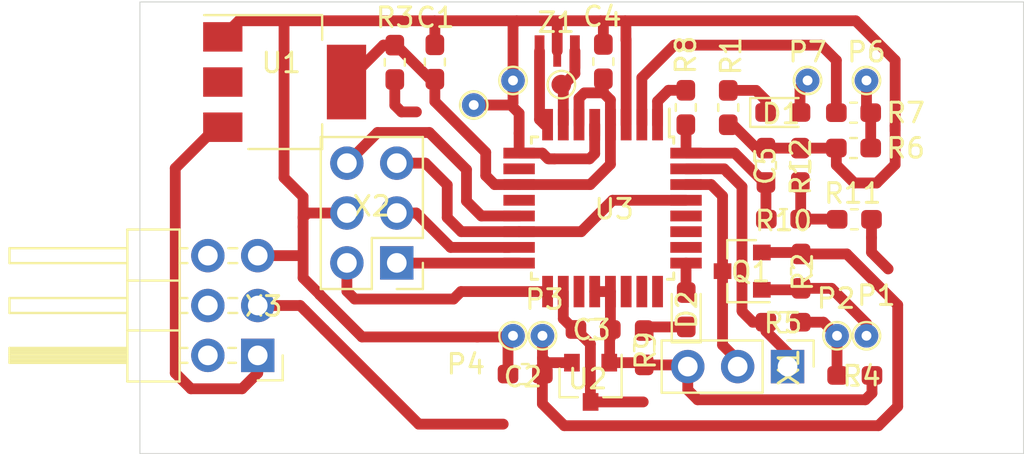
<source format=kicad_pcb>
(kicad_pcb (version 20171130) (host pcbnew 5.1.2-f72e74a~84~ubuntu18.04.1)

  (general
    (thickness 1.5)
    (drawings 4)
    (tracks 238)
    (zones 0)
    (modules 36)
    (nets 38)
  )

  (page A4)
  (layers
    (0 F.Cu signal)
    (31 B.Cu signal hide)
    (37 F.SilkS user)
    (44 Edge.Cuts user)
    (45 Margin user hide)
    (46 B.CrtYd user hide)
    (47 F.CrtYd user)
  )

  (setup
    (last_trace_width 0.55)
    (trace_clearance 0.4)
    (zone_clearance 0.508)
    (zone_45_only no)
    (trace_min 0.2)
    (via_size 0.8)
    (via_drill 0.4)
    (via_min_size 0.4)
    (via_min_drill 0.3)
    (uvia_size 0.3)
    (uvia_drill 0.1)
    (uvias_allowed no)
    (uvia_min_size 0.2)
    (uvia_min_drill 0.1)
    (edge_width 0.05)
    (segment_width 0.2)
    (pcb_text_width 0.3)
    (pcb_text_size 1.5 1.5)
    (mod_edge_width 0.12)
    (mod_text_size 1 1)
    (mod_text_width 0.15)
    (pad_size 1 1)
    (pad_drill 0.5)
    (pad_to_mask_clearance 0.051)
    (solder_mask_min_width 0.25)
    (aux_axis_origin 97 113)
    (grid_origin 97 113)
    (visible_elements FFFFFF7F)
    (pcbplotparams
      (layerselection 0x010fc_ffffffff)
      (usegerberextensions false)
      (usegerberattributes false)
      (usegerberadvancedattributes false)
      (creategerberjobfile false)
      (excludeedgelayer true)
      (linewidth 0.100000)
      (plotframeref false)
      (viasonmask false)
      (mode 1)
      (useauxorigin false)
      (hpglpennumber 1)
      (hpglpenspeed 20)
      (hpglpendiameter 15.000000)
      (psnegative false)
      (psa4output false)
      (plotreference true)
      (plotvalue true)
      (plotinvisibletext false)
      (padsonsilk false)
      (subtractmaskfromsilk false)
      (outputformat 1)
      (mirror false)
      (drillshape 1)
      (scaleselection 1)
      (outputdirectory ""))
  )

  (net 0 "")
  (net 1 GND)
  (net 2 +5V)
  (net 3 +3V3)
  (net 4 "Net-(C5-Pad1)")
  (net 5 "Net-(D1-Pad2)")
  (net 6 "Net-(D1-Pad1)")
  (net 7 "Net-(D2-Pad1)")
  (net 8 "Net-(D2-Pad2)")
  (net 9 RXD)
  (net 10 TXD)
  (net 11 KEY)
  (net 12 /RX)
  (net 13 /TX)
  (net 14 "Net-(R7-Pad2)")
  (net 15 "Net-(R8-Pad1)")
  (net 16 "Net-(R10-Pad1)")
  (net 17 "Net-(R11-Pad1)")
  (net 18 "Net-(T1-Pad1)")
  (net 19 +12V)
  (net 20 "Net-(U3-Pad8)")
  (net 21 "Net-(U3-Pad10)")
  (net 22 "Net-(U3-Pad12)")
  (net 23 /DBG)
  (net 24 /MOSI)
  (net 25 /MISO)
  (net 26 /SCK)
  (net 27 "Net-(U3-Pad19)")
  (net 28 "Net-(U3-Pad22)")
  (net 29 "Net-(U3-Pad23)")
  (net 30 "Net-(U3-Pad24)")
  (net 31 "Net-(U3-Pad26)")
  (net 32 /RST)
  (net 33 "Net-(X3-Pad2)")
  (net 34 "/KEY(NO_PIN)")
  (net 35 "Net-(U3-Pad27)")
  (net 36 "Net-(U3-Pad28)")
  (net 37 "Net-(X3-Pad6)")

  (net_class Default "This is the default net class."
    (clearance 0.4)
    (trace_width 0.55)
    (via_dia 0.8)
    (via_drill 0.4)
    (uvia_dia 0.3)
    (uvia_drill 0.1)
    (add_net +12V)
    (add_net +3V3)
    (add_net +5V)
    (add_net /DBG)
    (add_net "/KEY(NO_PIN)")
    (add_net /MISO)
    (add_net /MOSI)
    (add_net /RST)
    (add_net /RX)
    (add_net /SCK)
    (add_net /TX)
    (add_net GND)
    (add_net KEY)
    (add_net "Net-(C5-Pad1)")
    (add_net "Net-(D1-Pad1)")
    (add_net "Net-(D1-Pad2)")
    (add_net "Net-(D2-Pad1)")
    (add_net "Net-(D2-Pad2)")
    (add_net "Net-(R10-Pad1)")
    (add_net "Net-(R11-Pad1)")
    (add_net "Net-(R7-Pad2)")
    (add_net "Net-(R8-Pad1)")
    (add_net "Net-(T1-Pad1)")
    (add_net "Net-(U3-Pad10)")
    (add_net "Net-(U3-Pad12)")
    (add_net "Net-(U3-Pad19)")
    (add_net "Net-(U3-Pad22)")
    (add_net "Net-(U3-Pad23)")
    (add_net "Net-(U3-Pad24)")
    (add_net "Net-(U3-Pad26)")
    (add_net "Net-(U3-Pad27)")
    (add_net "Net-(U3-Pad28)")
    (add_net "Net-(U3-Pad8)")
    (add_net "Net-(X3-Pad2)")
    (add_net "Net-(X3-Pad6)")
    (add_net RXD)
    (add_net TXD)
  )

  (module TestPoint:TestPoint_THTPad_D1.0mm_Drill0.5mm locked (layer F.Cu) (tedit 5D823E83) (tstamp 5D817519)
    (at 131 94)
    (descr "THT pad as test Point, diameter 1.0mm, hole diameter 0.5mm")
    (tags "test point THT pad")
    (path /5D8409C0)
    (attr virtual)
    (fp_text reference P7 (at 0 -1.448) (layer F.SilkS)
      (effects (font (size 1 1) (thickness 0.15)))
    )
    (fp_text value Conn_01x01 (at 0 1.55) (layer F.Fab)
      (effects (font (size 1 1) (thickness 0.15)))
    )
    (fp_text user %R (at 0 -1.45) (layer F.Fab)
      (effects (font (size 1 1) (thickness 0.15)))
    )
    (fp_circle (center 0 0) (end 1 0) (layer F.CrtYd) (width 0.05))
    (fp_circle (center 0 0) (end 0 0.7) (layer F.SilkS) (width 0.12))
    (pad 1 thru_hole circle (at 0 0) (size 1.2 1.2) (drill 0.5) (layers *.Cu *.Mask)
      (net 5 "Net-(D1-Pad2)"))
  )

  (module TestPoint:TestPoint_THTPad_D1.0mm_Drill0.5mm locked (layer F.Cu) (tedit 5D823E76) (tstamp 5D811D15)
    (at 134 94)
    (descr "THT pad as test Point, diameter 1.0mm, hole diameter 0.5mm")
    (tags "test point THT pad")
    (path /5D840392)
    (attr virtual)
    (fp_text reference P6 (at 0 -1.448) (layer F.SilkS)
      (effects (font (size 1 1) (thickness 0.15)))
    )
    (fp_text value Conn_01x01 (at 0 1.55) (layer F.Fab)
      (effects (font (size 1 1) (thickness 0.15)))
    )
    (fp_circle (center 0 0) (end 0 0.7) (layer F.SilkS) (width 0.12))
    (fp_circle (center 0 0) (end 1 0) (layer F.CrtYd) (width 0.05))
    (fp_text user %R (at 0 -1.45) (layer F.Fab)
      (effects (font (size 1 1) (thickness 0.15)))
    )
    (pad 1 thru_hole circle (at 0 0) (size 1.2 1.2) (drill 0.5) (layers *.Cu *.Mask)
      (net 11 KEY))
  )

  (module TestPoint:TestPoint_THTPad_D1.0mm_Drill0.5mm locked (layer F.Cu) (tedit 5D823E5C) (tstamp 5D811D4F)
    (at 116 94)
    (descr "THT pad as test Point, diameter 1.0mm, hole diameter 0.5mm")
    (tags "test point THT pad")
    (path /5D9D5BB8)
    (attr virtual)
    (fp_text reference P8 (at 0 -1.448) (layer F.SilkS) hide
      (effects (font (size 1 1) (thickness 0.15)))
    )
    (fp_text value Conn_01x01 (at 0 1.55) (layer F.Fab)
      (effects (font (size 1 1) (thickness 0.15)))
    )
    (fp_circle (center 0 0) (end 0 0.7) (layer F.SilkS) (width 0.12))
    (fp_circle (center 0 0) (end 1 0) (layer F.CrtYd) (width 0.05))
    (fp_text user 22 (at 0 -1.45) (layer F.Fab) hide
      (effects (font (size 1 1) (thickness 0.15)))
    )
    (pad 1 thru_hole circle (at 0 0) (size 1.2 1.2) (drill 0.5) (layers *.Cu *.Mask)
      (net 1 GND))
  )

  (module TestPoint:TestPoint_THTPad_D1.0mm_Drill0.5mm locked (layer F.Cu) (tedit 5D823E4C) (tstamp 5D81769C)
    (at 114 95.25)
    (descr "THT pad as test Point, diameter 1.0mm, hole diameter 0.5mm")
    (tags "test point THT pad")
    (path /5D9D55D3)
    (attr virtual)
    (fp_text reference P5 (at -1 -1.5) (layer F.SilkS) hide
      (effects (font (size 1 1) (thickness 0.15)))
    )
    (fp_text value Conn_01x01 (at 0 1.55) (layer F.Fab)
      (effects (font (size 1 1) (thickness 0.15)))
    )
    (fp_text user 21 (at 0 -1.45) (layer F.Fab)
      (effects (font (size 1 1) (thickness 0.15)))
    )
    (fp_circle (center 0 0) (end 1 0) (layer F.CrtYd) (width 0.05))
    (fp_circle (center 0 0) (end 0 0.7) (layer F.SilkS) (width 0.12))
    (pad 1 thru_hole circle (at 0 0) (size 1.2 1.2) (drill 0.5) (layers *.Cu *.Mask)
      (net 1 GND))
  )

  (module TestPoint:TestPoint_THTPad_D1.0mm_Drill0.5mm locked (layer F.Cu) (tedit 5D823E0E) (tstamp 5D811CE3)
    (at 134 107)
    (descr "THT pad as test Point, diameter 1.0mm, hole diameter 0.5mm")
    (tags "test point THT pad")
    (path /5D841BC8)
    (attr virtual)
    (fp_text reference P1 (at 0.5 -2.05) (layer F.SilkS)
      (effects (font (size 1 1) (thickness 0.15)))
    )
    (fp_text value Conn_01x01 (at 0 1.55) (layer F.Fab)
      (effects (font (size 1 1) (thickness 0.15)))
    )
    (fp_circle (center 0 0) (end 0 0.7) (layer F.SilkS) (width 0.12))
    (fp_circle (center 0 0) (end 1 0) (layer F.CrtYd) (width 0.05))
    (fp_text user %R (at 0 -1.45) (layer F.Fab)
      (effects (font (size 1 1) (thickness 0.15)))
    )
    (pad 1 thru_hole circle (at 0 0) (size 1.2 1.2) (drill 0.5) (layers *.Cu *.Mask)
      (net 9 RXD))
  )

  (module TestPoint:TestPoint_THTPad_D1.0mm_Drill0.5mm locked (layer F.Cu) (tedit 5D823DF6) (tstamp 5D81757C)
    (at 132.5 107)
    (descr "THT pad as test Point, diameter 1.0mm, hole diameter 0.5mm")
    (tags "test point THT pad")
    (path /5D84249F)
    (attr virtual)
    (fp_text reference P2 (at -0.05 -1.9) (layer F.SilkS)
      (effects (font (size 1 1) (thickness 0.15)))
    )
    (fp_text value Conn_01x01 (at 0 1.55) (layer F.Fab)
      (effects (font (size 1 1) (thickness 0.15)))
    )
    (fp_text user %R (at 0 -1.45) (layer F.Fab)
      (effects (font (size 1 1) (thickness 0.15)))
    )
    (fp_circle (center 0 0) (end 1 0) (layer F.CrtYd) (width 0.05))
    (fp_circle (center 0 0) (end 0 0.7) (layer F.SilkS) (width 0.12))
    (pad 1 thru_hole circle (at 0 0) (size 1.2 1.2) (drill 0.5) (layers *.Cu *.Mask)
      (net 10 TXD))
  )

  (module TestPoint:TestPoint_THTPad_D1.0mm_Drill0.5mm locked (layer F.Cu) (tedit 5D823D44) (tstamp 5D817906)
    (at 116 107)
    (descr "THT pad as test Point, diameter 1.0mm, hole diameter 0.5mm")
    (tags "test point THT pad")
    (path /5D842916)
    (attr virtual)
    (fp_text reference P4 (at -2.4 1.45) (layer F.SilkS)
      (effects (font (size 1 1) (thickness 0.15)))
    )
    (fp_text value Conn_01x01 (at 0 1.55) (layer F.Fab)
      (effects (font (size 1 1) (thickness 0.15)))
    )
    (fp_circle (center 0 0) (end 0 0.7) (layer F.SilkS) (width 0.12))
    (fp_circle (center 0 0) (end 1 0) (layer F.CrtYd) (width 0.05))
    (fp_text user %R (at 0 -1.45) (layer F.Fab)
      (effects (font (size 1 1) (thickness 0.15)))
    )
    (pad 1 thru_hole circle (at 0 0) (size 1.2 1.2) (drill 0.5) (layers *.Cu *.Mask)
      (net 1 GND))
  )

  (module TestPoint:TestPoint_THTPad_D1.0mm_Drill0.5mm locked (layer F.Cu) (tedit 5D823D30) (tstamp 5D817621)
    (at 117.5 107)
    (descr "THT pad as test Point, diameter 1.0mm, hole diameter 0.5mm")
    (tags "test point THT pad")
    (path /5D843141)
    (attr virtual)
    (fp_text reference P3 (at 0.1 -1.85) (layer F.SilkS)
      (effects (font (size 1 1) (thickness 0.15)))
    )
    (fp_text value Conn_01x01 (at 0 1.55) (layer F.Fab)
      (effects (font (size 1 1) (thickness 0.15)))
    )
    (fp_text user %R (at 0 -1.45) (layer F.Fab)
      (effects (font (size 1 1) (thickness 0.15)))
    )
    (fp_circle (center 0 0) (end 1 0) (layer F.CrtYd) (width 0.05))
    (fp_circle (center 0 0) (end 0 0.7) (layer F.SilkS) (width 0.12))
    (pad 1 thru_hole circle (at 0 0) (size 1.2 1.2) (drill 0.5) (layers *.Cu *.Mask)
      (net 3 +3V3))
  )

  (module Package_TO_SOT_SMD:SOT-223-3_TabPin2 (layer F.Cu) (tedit 5A02FF57) (tstamp 5D81796B)
    (at 104.37 94.08)
    (descr "module CMS SOT223 4 pins")
    (tags "CMS SOT")
    (path /5D91F4A0)
    (attr smd)
    (fp_text reference U1 (at -0.17 -0.98) (layer F.SilkS)
      (effects (font (size 1 1) (thickness 0.15)))
    )
    (fp_text value LM1117-5.0 (at 0 4.5) (layer F.Fab)
      (effects (font (size 1 1) (thickness 0.15)))
    )
    (fp_text user %R (at 0 0 90) (layer F.Fab)
      (effects (font (size 0.8 0.8) (thickness 0.12)))
    )
    (fp_line (start 1.91 3.41) (end 1.91 2.15) (layer F.SilkS) (width 0.12))
    (fp_line (start 1.91 -3.41) (end 1.91 -2.15) (layer F.SilkS) (width 0.12))
    (fp_line (start 4.4 -3.6) (end -4.4 -3.6) (layer F.CrtYd) (width 0.05))
    (fp_line (start 4.4 3.6) (end 4.4 -3.6) (layer F.CrtYd) (width 0.05))
    (fp_line (start -4.4 3.6) (end 4.4 3.6) (layer F.CrtYd) (width 0.05))
    (fp_line (start -4.4 -3.6) (end -4.4 3.6) (layer F.CrtYd) (width 0.05))
    (fp_line (start -1.85 -2.35) (end -0.85 -3.35) (layer F.Fab) (width 0.1))
    (fp_line (start -1.85 -2.35) (end -1.85 3.35) (layer F.Fab) (width 0.1))
    (fp_line (start -1.85 3.41) (end 1.91 3.41) (layer F.SilkS) (width 0.12))
    (fp_line (start -0.85 -3.35) (end 1.85 -3.35) (layer F.Fab) (width 0.1))
    (fp_line (start -4.1 -3.41) (end 1.91 -3.41) (layer F.SilkS) (width 0.12))
    (fp_line (start -1.85 3.35) (end 1.85 3.35) (layer F.Fab) (width 0.1))
    (fp_line (start 1.85 -3.35) (end 1.85 3.35) (layer F.Fab) (width 0.1))
    (pad 2 smd rect (at 3.15 0) (size 2 3.8) (layers F.Cu F.Paste F.Mask)
      (net 2 +5V))
    (pad 2 smd rect (at -3.15 0) (size 2 1.5) (layers F.Cu F.Paste F.Mask)
      (net 2 +5V))
    (pad 3 smd rect (at -3.15 2.3) (size 2 1.5) (layers F.Cu F.Paste F.Mask)
      (net 19 +12V))
    (pad 1 smd rect (at -3.15 -2.3) (size 2 1.5) (layers F.Cu F.Paste F.Mask)
      (net 1 GND))
    (model ${KISYS3DMOD}/Package_TO_SOT_SMD.3dshapes/SOT-223.wrl
      (at (xyz 0 0 0))
      (scale (xyz 1 1 1))
      (rotate (xyz 0 0 0))
    )
  )

  (module project:Murata_CSTCExxxxV_3213_crystal (layer F.Cu) (tedit 5D81B981) (tstamp 5D812E57)
    (at 118.25 92.5 270)
    (path /5D816D7E)
    (fp_text reference Z1 (at -1.45 0.05 180) (layer F.SilkS)
      (effects (font (size 1 1) (thickness 0.15)))
    )
    (fp_text value 16MHz (at 12.4 8.34 90) (layer F.Fab)
      (effects (font (size 1 1) (thickness 0.15)))
    )
    (fp_line (start -0.65 1.6) (end 0.65 1.6) (layer F.CrtYd) (width 0.1))
    (fp_line (start -0.65 -1.6) (end -0.65 1.6) (layer F.CrtYd) (width 0.1))
    (fp_line (start 0.65 1.6) (end 0.65 -1.6) (layer F.CrtYd) (width 0.1))
    (fp_line (start 0.65 -1.6) (end -0.65 -1.6) (layer F.CrtYd) (width 0.1))
    (pad 3 smd rect (at 0 0 270) (size 1.6 0.4) (layers F.Cu F.Paste F.Mask)
      (net 1 GND))
    (pad 1 smd rect (at 0 -0.9 270) (size 1.6 0.5) (layers F.Cu F.Paste F.Mask)
      (net 18 "Net-(T1-Pad1)"))
    (pad 2 smd rect (at 0 0.9 270) (size 1.6 0.5) (layers F.Cu F.Paste F.Mask)
      (net 20 "Net-(U3-Pad8)"))
  )

  (module Connector_PinHeader_2.54mm:PinHeader_2x03_P2.54mm_Vertical (layer F.Cu) (tedit 59FED5CC) (tstamp 5D81444A)
    (at 110.08 103.29 180)
    (descr "Through hole straight pin header, 2x03, 2.54mm pitch, double rows")
    (tags "Through hole pin header THT 2x03 2.54mm double row")
    (path /5D9701E3)
    (fp_text reference X2 (at 1.28 2.89) (layer F.SilkS)
      (effects (font (size 1 1) (thickness 0.15)))
    )
    (fp_text value SPI (at 1.27 7.41) (layer F.Fab)
      (effects (font (size 1 1) (thickness 0.15)))
    )
    (fp_line (start 0 -1.27) (end 3.81 -1.27) (layer F.Fab) (width 0.1))
    (fp_line (start 3.81 -1.27) (end 3.81 6.35) (layer F.Fab) (width 0.1))
    (fp_line (start 3.81 6.35) (end -1.27 6.35) (layer F.Fab) (width 0.1))
    (fp_line (start -1.27 6.35) (end -1.27 0) (layer F.Fab) (width 0.1))
    (fp_line (start -1.27 0) (end 0 -1.27) (layer F.Fab) (width 0.1))
    (fp_line (start -1.33 6.41) (end 3.87 6.41) (layer F.SilkS) (width 0.12))
    (fp_line (start -1.33 1.27) (end -1.33 6.41) (layer F.SilkS) (width 0.12))
    (fp_line (start 3.87 -1.33) (end 3.87 6.41) (layer F.SilkS) (width 0.12))
    (fp_line (start -1.33 1.27) (end 1.27 1.27) (layer F.SilkS) (width 0.12))
    (fp_line (start 1.27 1.27) (end 1.27 -1.33) (layer F.SilkS) (width 0.12))
    (fp_line (start 1.27 -1.33) (end 3.87 -1.33) (layer F.SilkS) (width 0.12))
    (fp_line (start -1.33 0) (end -1.33 -1.33) (layer F.SilkS) (width 0.12))
    (fp_line (start -1.33 -1.33) (end 0 -1.33) (layer F.SilkS) (width 0.12))
    (fp_line (start -1.8 -1.8) (end -1.8 6.85) (layer F.CrtYd) (width 0.05))
    (fp_line (start -1.8 6.85) (end 4.35 6.85) (layer F.CrtYd) (width 0.05))
    (fp_line (start 4.35 6.85) (end 4.35 -1.8) (layer F.CrtYd) (width 0.05))
    (fp_line (start 4.35 -1.8) (end -1.8 -1.8) (layer F.CrtYd) (width 0.05))
    (fp_text user %R (at 1.27 2.54 90) (layer F.Fab)
      (effects (font (size 1 1) (thickness 0.15)))
    )
    (pad 1 thru_hole rect (at 0 0 180) (size 1.7 1.7) (drill 1) (layers *.Cu *.Mask)
      (net 25 /MISO))
    (pad 2 thru_hole oval (at 2.54 0 180) (size 1.7 1.7) (drill 1) (layers *.Cu *.Mask)
      (net 26 /SCK))
    (pad 3 thru_hole oval (at 0 2.54 180) (size 1.7 1.7) (drill 1) (layers *.Cu *.Mask)
      (net 24 /MOSI))
    (pad 4 thru_hole oval (at 2.54 2.54 180) (size 1.7 1.7) (drill 1) (layers *.Cu *.Mask)
      (net 1 GND))
    (pad 5 thru_hole oval (at 0 5.08 180) (size 1.7 1.7) (drill 1) (layers *.Cu *.Mask)
      (net 32 /RST))
    (pad 6 thru_hole oval (at 2.54 5.08 180) (size 1.7 1.7) (drill 1) (layers *.Cu *.Mask)
      (net 23 /DBG))
    (model ${KISYS3DMOD}/Connector_PinHeader_2.54mm.3dshapes/PinHeader_2x03_P2.54mm_Vertical.wrl
      (at (xyz 0 0 0))
      (scale (xyz 1 1 1))
      (rotate (xyz 0 0 0))
    )
  )

  (module Capacitor_SMD:C_0603_1608Metric_Pad1.05x0.95mm_HandSolder (layer F.Cu) (tedit 5B301BBE) (tstamp 5D828181)
    (at 112.02 93.06 90)
    (descr "Capacitor SMD 0603 (1608 Metric), square (rectangular) end terminal, IPC_7351 nominal with elongated pad for handsoldering. (Body size source: http://www.tortai-tech.com/upload/download/2011102023233369053.pdf), generated with kicad-footprint-generator")
    (tags "capacitor handsolder")
    (path /5D822A1A)
    (attr smd)
    (fp_text reference C1 (at 2.26 0.03) (layer F.SilkS)
      (effects (font (size 1 1) (thickness 0.15)))
    )
    (fp_text value 10u (at 0 1.43 90) (layer F.Fab)
      (effects (font (size 1 1) (thickness 0.15)))
    )
    (fp_text user %R (at 0 0 90) (layer F.Fab)
      (effects (font (size 0.4 0.4) (thickness 0.06)))
    )
    (fp_line (start 1.65 0.73) (end -1.65 0.73) (layer F.CrtYd) (width 0.05))
    (fp_line (start 1.65 -0.73) (end 1.65 0.73) (layer F.CrtYd) (width 0.05))
    (fp_line (start -1.65 -0.73) (end 1.65 -0.73) (layer F.CrtYd) (width 0.05))
    (fp_line (start -1.65 0.73) (end -1.65 -0.73) (layer F.CrtYd) (width 0.05))
    (fp_line (start -0.171267 0.51) (end 0.171267 0.51) (layer F.SilkS) (width 0.12))
    (fp_line (start -0.171267 -0.51) (end 0.171267 -0.51) (layer F.SilkS) (width 0.12))
    (fp_line (start 0.8 0.4) (end -0.8 0.4) (layer F.Fab) (width 0.1))
    (fp_line (start 0.8 -0.4) (end 0.8 0.4) (layer F.Fab) (width 0.1))
    (fp_line (start -0.8 -0.4) (end 0.8 -0.4) (layer F.Fab) (width 0.1))
    (fp_line (start -0.8 0.4) (end -0.8 -0.4) (layer F.Fab) (width 0.1))
    (pad 2 smd roundrect (at 0.875 0 90) (size 1.05 0.95) (layers F.Cu F.Paste F.Mask) (roundrect_rratio 0.25)
      (net 1 GND))
    (pad 1 smd roundrect (at -0.875 0 90) (size 1.05 0.95) (layers F.Cu F.Paste F.Mask) (roundrect_rratio 0.25)
      (net 2 +5V))
    (model ${KISYS3DMOD}/Capacitor_SMD.3dshapes/C_0603_1608Metric.wrl
      (at (xyz 0 0 0))
      (scale (xyz 1 1 1))
      (rotate (xyz 0 0 0))
    )
  )

  (module Capacitor_SMD:C_0603_1608Metric_Pad1.05x0.95mm_HandSolder (layer F.Cu) (tedit 5B301BBE) (tstamp 5D817AB0)
    (at 116.62 108.95 180)
    (descr "Capacitor SMD 0603 (1608 Metric), square (rectangular) end terminal, IPC_7351 nominal with elongated pad for handsoldering. (Body size source: http://www.tortai-tech.com/upload/download/2011102023233369053.pdf), generated with kicad-footprint-generator")
    (tags "capacitor handsolder")
    (path /5D80CB82)
    (attr smd)
    (fp_text reference C2 (at 0.12 -0.15) (layer F.SilkS)
      (effects (font (size 1 1) (thickness 0.15)))
    )
    (fp_text value 10u (at 0 1.43) (layer F.Fab)
      (effects (font (size 1 1) (thickness 0.15)))
    )
    (fp_line (start -0.8 0.4) (end -0.8 -0.4) (layer F.Fab) (width 0.1))
    (fp_line (start -0.8 -0.4) (end 0.8 -0.4) (layer F.Fab) (width 0.1))
    (fp_line (start 0.8 -0.4) (end 0.8 0.4) (layer F.Fab) (width 0.1))
    (fp_line (start 0.8 0.4) (end -0.8 0.4) (layer F.Fab) (width 0.1))
    (fp_line (start -0.171267 -0.51) (end 0.171267 -0.51) (layer F.SilkS) (width 0.12))
    (fp_line (start -0.171267 0.51) (end 0.171267 0.51) (layer F.SilkS) (width 0.12))
    (fp_line (start -1.65 0.73) (end -1.65 -0.73) (layer F.CrtYd) (width 0.05))
    (fp_line (start -1.65 -0.73) (end 1.65 -0.73) (layer F.CrtYd) (width 0.05))
    (fp_line (start 1.65 -0.73) (end 1.65 0.73) (layer F.CrtYd) (width 0.05))
    (fp_line (start 1.65 0.73) (end -1.65 0.73) (layer F.CrtYd) (width 0.05))
    (fp_text user %R (at 0 0) (layer F.Fab)
      (effects (font (size 0.4 0.4) (thickness 0.06)))
    )
    (pad 1 smd roundrect (at -0.875 0 180) (size 1.05 0.95) (layers F.Cu F.Paste F.Mask) (roundrect_rratio 0.25)
      (net 3 +3V3))
    (pad 2 smd roundrect (at 0.875 0 180) (size 1.05 0.95) (layers F.Cu F.Paste F.Mask) (roundrect_rratio 0.25)
      (net 1 GND))
    (model ${KISYS3DMOD}/Capacitor_SMD.3dshapes/C_0603_1608Metric.wrl
      (at (xyz 0 0 0))
      (scale (xyz 1 1 1))
      (rotate (xyz 0 0 0))
    )
  )

  (module Capacitor_SMD:C_0603_1608Metric_Pad1.05x0.95mm_HandSolder (layer F.Cu) (tedit 5B301BBE) (tstamp 5D812FB3)
    (at 120.08 106.68)
    (descr "Capacitor SMD 0603 (1608 Metric), square (rectangular) end terminal, IPC_7351 nominal with elongated pad for handsoldering. (Body size source: http://www.tortai-tech.com/upload/download/2011102023233369053.pdf), generated with kicad-footprint-generator")
    (tags "capacitor handsolder")
    (path /5D82D565)
    (attr smd)
    (fp_text reference C3 (at -0.08 0.02) (layer F.SilkS)
      (effects (font (size 1 1) (thickness 0.15)))
    )
    (fp_text value 0.1 (at 0 1.43) (layer F.Fab)
      (effects (font (size 1 1) (thickness 0.15)))
    )
    (fp_text user %R (at 0 0) (layer F.Fab)
      (effects (font (size 0.4 0.4) (thickness 0.06)))
    )
    (fp_line (start 1.65 0.73) (end -1.65 0.73) (layer F.CrtYd) (width 0.05))
    (fp_line (start 1.65 -0.73) (end 1.65 0.73) (layer F.CrtYd) (width 0.05))
    (fp_line (start -1.65 -0.73) (end 1.65 -0.73) (layer F.CrtYd) (width 0.05))
    (fp_line (start -1.65 0.73) (end -1.65 -0.73) (layer F.CrtYd) (width 0.05))
    (fp_line (start -0.171267 0.51) (end 0.171267 0.51) (layer F.SilkS) (width 0.12))
    (fp_line (start -0.171267 -0.51) (end 0.171267 -0.51) (layer F.SilkS) (width 0.12))
    (fp_line (start 0.8 0.4) (end -0.8 0.4) (layer F.Fab) (width 0.1))
    (fp_line (start 0.8 -0.4) (end 0.8 0.4) (layer F.Fab) (width 0.1))
    (fp_line (start -0.8 -0.4) (end 0.8 -0.4) (layer F.Fab) (width 0.1))
    (fp_line (start -0.8 0.4) (end -0.8 -0.4) (layer F.Fab) (width 0.1))
    (pad 2 smd roundrect (at 0.875 0) (size 1.05 0.95) (layers F.Cu F.Paste F.Mask) (roundrect_rratio 0.25)
      (net 1 GND))
    (pad 1 smd roundrect (at -0.875 0) (size 1.05 0.95) (layers F.Cu F.Paste F.Mask) (roundrect_rratio 0.25)
      (net 2 +5V))
    (model ${KISYS3DMOD}/Capacitor_SMD.3dshapes/C_0603_1608Metric.wrl
      (at (xyz 0 0 0))
      (scale (xyz 1 1 1))
      (rotate (xyz 0 0 0))
    )
  )

  (module Capacitor_SMD:C_0603_1608Metric_Pad1.05x0.95mm_HandSolder (layer F.Cu) (tedit 5B301BBE) (tstamp 5D812F83)
    (at 120.6 93.04 90)
    (descr "Capacitor SMD 0603 (1608 Metric), square (rectangular) end terminal, IPC_7351 nominal with elongated pad for handsoldering. (Body size source: http://www.tortai-tech.com/upload/download/2011102023233369053.pdf), generated with kicad-footprint-generator")
    (tags "capacitor handsolder")
    (path /5D828681)
    (attr smd)
    (fp_text reference C4 (at 2.29 -0.05 180) (layer F.SilkS)
      (effects (font (size 1 1) (thickness 0.15)))
    )
    (fp_text value 0.1 (at 0 1.43 90) (layer F.Fab)
      (effects (font (size 1 1) (thickness 0.15)))
    )
    (fp_line (start -0.8 0.4) (end -0.8 -0.4) (layer F.Fab) (width 0.1))
    (fp_line (start -0.8 -0.4) (end 0.8 -0.4) (layer F.Fab) (width 0.1))
    (fp_line (start 0.8 -0.4) (end 0.8 0.4) (layer F.Fab) (width 0.1))
    (fp_line (start 0.8 0.4) (end -0.8 0.4) (layer F.Fab) (width 0.1))
    (fp_line (start -0.171267 -0.51) (end 0.171267 -0.51) (layer F.SilkS) (width 0.12))
    (fp_line (start -0.171267 0.51) (end 0.171267 0.51) (layer F.SilkS) (width 0.12))
    (fp_line (start -1.65 0.73) (end -1.65 -0.73) (layer F.CrtYd) (width 0.05))
    (fp_line (start -1.65 -0.73) (end 1.65 -0.73) (layer F.CrtYd) (width 0.05))
    (fp_line (start 1.65 -0.73) (end 1.65 0.73) (layer F.CrtYd) (width 0.05))
    (fp_line (start 1.65 0.73) (end -1.65 0.73) (layer F.CrtYd) (width 0.05))
    (fp_text user %R (at 0 0 90) (layer F.Fab)
      (effects (font (size 0.4 0.4) (thickness 0.06)))
    )
    (pad 1 smd roundrect (at -0.875 0 90) (size 1.05 0.95) (layers F.Cu F.Paste F.Mask) (roundrect_rratio 0.25)
      (net 2 +5V))
    (pad 2 smd roundrect (at 0.875 0 90) (size 1.05 0.95) (layers F.Cu F.Paste F.Mask) (roundrect_rratio 0.25)
      (net 1 GND))
    (model ${KISYS3DMOD}/Capacitor_SMD.3dshapes/C_0603_1608Metric.wrl
      (at (xyz 0 0 0))
      (scale (xyz 1 1 1))
      (rotate (xyz 0 0 0))
    )
  )

  (module Capacitor_SMD:C_0603_1608Metric_Pad1.05x0.95mm_HandSolder (layer F.Cu) (tedit 5B301BBE) (tstamp 5D82583E)
    (at 128.88 98.32 90)
    (descr "Capacitor SMD 0603 (1608 Metric), square (rectangular) end terminal, IPC_7351 nominal with elongated pad for handsoldering. (Body size source: http://www.tortai-tech.com/upload/download/2011102023233369053.pdf), generated with kicad-footprint-generator")
    (tags "capacitor handsolder")
    (path /5D801951)
    (attr smd)
    (fp_text reference C5 (at -0.03 -0.03 90) (layer F.SilkS)
      (effects (font (size 1 1) (thickness 0.15)))
    )
    (fp_text value 330 (at 0 1.43 90) (layer F.Fab)
      (effects (font (size 1 1) (thickness 0.15)))
    )
    (fp_line (start -0.8 0.4) (end -0.8 -0.4) (layer F.Fab) (width 0.1))
    (fp_line (start -0.8 -0.4) (end 0.8 -0.4) (layer F.Fab) (width 0.1))
    (fp_line (start 0.8 -0.4) (end 0.8 0.4) (layer F.Fab) (width 0.1))
    (fp_line (start 0.8 0.4) (end -0.8 0.4) (layer F.Fab) (width 0.1))
    (fp_line (start -0.171267 -0.51) (end 0.171267 -0.51) (layer F.SilkS) (width 0.12))
    (fp_line (start -0.171267 0.51) (end 0.171267 0.51) (layer F.SilkS) (width 0.12))
    (fp_line (start -1.65 0.73) (end -1.65 -0.73) (layer F.CrtYd) (width 0.05))
    (fp_line (start -1.65 -0.73) (end 1.65 -0.73) (layer F.CrtYd) (width 0.05))
    (fp_line (start 1.65 -0.73) (end 1.65 0.73) (layer F.CrtYd) (width 0.05))
    (fp_line (start 1.65 0.73) (end -1.65 0.73) (layer F.CrtYd) (width 0.05))
    (fp_text user %R (at 0 0 90) (layer F.Fab)
      (effects (font (size 0.4 0.4) (thickness 0.06)))
    )
    (pad 1 smd roundrect (at -0.875 0 90) (size 1.05 0.95) (layers F.Cu F.Paste F.Mask) (roundrect_rratio 0.25)
      (net 4 "Net-(C5-Pad1)"))
    (pad 2 smd roundrect (at 0.875 0 90) (size 1.05 0.95) (layers F.Cu F.Paste F.Mask) (roundrect_rratio 0.25)
      (net 1 GND))
    (model ${KISYS3DMOD}/Capacitor_SMD.3dshapes/C_0603_1608Metric.wrl
      (at (xyz 0 0 0))
      (scale (xyz 1 1 1))
      (rotate (xyz 0 0 0))
    )
  )

  (module LED_SMD:LED_0603_1608Metric_Pad1.05x0.95mm_HandSolder (layer F.Cu) (tedit 5B4B45C9) (tstamp 5D826A6C)
    (at 129.74 95.63)
    (descr "LED SMD 0603 (1608 Metric), square (rectangular) end terminal, IPC_7351 nominal, (Body size source: http://www.tortai-tech.com/upload/download/2011102023233369053.pdf), generated with kicad-footprint-generator")
    (tags "LED handsolder")
    (path /5D86BD4A)
    (attr smd)
    (fp_text reference D1 (at -0.09 0.07) (layer F.SilkS)
      (effects (font (size 1 1) (thickness 0.15)))
    )
    (fp_text value LED (at 0 1.43) (layer F.Fab)
      (effects (font (size 1 1) (thickness 0.15)))
    )
    (fp_text user %R (at 0 0) (layer F.Fab)
      (effects (font (size 0.4 0.4) (thickness 0.06)))
    )
    (fp_line (start 1.65 0.73) (end -1.65 0.73) (layer F.CrtYd) (width 0.05))
    (fp_line (start 1.65 -0.73) (end 1.65 0.73) (layer F.CrtYd) (width 0.05))
    (fp_line (start -1.65 -0.73) (end 1.65 -0.73) (layer F.CrtYd) (width 0.05))
    (fp_line (start -1.65 0.73) (end -1.65 -0.73) (layer F.CrtYd) (width 0.05))
    (fp_line (start -1.66 0.735) (end 0.8 0.735) (layer F.SilkS) (width 0.12))
    (fp_line (start -1.66 -0.735) (end -1.66 0.735) (layer F.SilkS) (width 0.12))
    (fp_line (start 0.8 -0.735) (end -1.66 -0.735) (layer F.SilkS) (width 0.12))
    (fp_line (start 0.8 0.4) (end 0.8 -0.4) (layer F.Fab) (width 0.1))
    (fp_line (start -0.8 0.4) (end 0.8 0.4) (layer F.Fab) (width 0.1))
    (fp_line (start -0.8 -0.1) (end -0.8 0.4) (layer F.Fab) (width 0.1))
    (fp_line (start -0.5 -0.4) (end -0.8 -0.1) (layer F.Fab) (width 0.1))
    (fp_line (start 0.8 -0.4) (end -0.5 -0.4) (layer F.Fab) (width 0.1))
    (pad 2 smd roundrect (at 0.875 0) (size 1.05 0.95) (layers F.Cu F.Paste F.Mask) (roundrect_rratio 0.25)
      (net 5 "Net-(D1-Pad2)"))
    (pad 1 smd roundrect (at -0.875 0) (size 1.05 0.95) (layers F.Cu F.Paste F.Mask) (roundrect_rratio 0.25)
      (net 6 "Net-(D1-Pad1)"))
    (model ${KISYS3DMOD}/LED_SMD.3dshapes/LED_0603_1608Metric.wrl
      (at (xyz 0 0 0))
      (scale (xyz 1 1 1))
      (rotate (xyz 0 0 0))
    )
  )

  (module LED_SMD:LED_0603_1608Metric_Pad1.05x0.95mm_HandSolder (layer F.Cu) (tedit 5B4B45C9) (tstamp 5D8157E8)
    (at 124.82 105.675 90)
    (descr "LED SMD 0603 (1608 Metric), square (rectangular) end terminal, IPC_7351 nominal, (Body size source: http://www.tortai-tech.com/upload/download/2011102023233369053.pdf), generated with kicad-footprint-generator")
    (tags "LED handsolder")
    (path /5D8F45BD)
    (attr smd)
    (fp_text reference D2 (at 0 0.03 90) (layer F.SilkS)
      (effects (font (size 1 1) (thickness 0.15)))
    )
    (fp_text value LED (at 0 1.43 90) (layer F.Fab)
      (effects (font (size 1 1) (thickness 0.15)))
    )
    (fp_line (start 0.8 -0.4) (end -0.5 -0.4) (layer F.Fab) (width 0.1))
    (fp_line (start -0.5 -0.4) (end -0.8 -0.1) (layer F.Fab) (width 0.1))
    (fp_line (start -0.8 -0.1) (end -0.8 0.4) (layer F.Fab) (width 0.1))
    (fp_line (start -0.8 0.4) (end 0.8 0.4) (layer F.Fab) (width 0.1))
    (fp_line (start 0.8 0.4) (end 0.8 -0.4) (layer F.Fab) (width 0.1))
    (fp_line (start 0.8 -0.735) (end -1.66 -0.735) (layer F.SilkS) (width 0.12))
    (fp_line (start -1.66 -0.735) (end -1.66 0.735) (layer F.SilkS) (width 0.12))
    (fp_line (start -1.66 0.735) (end 0.8 0.735) (layer F.SilkS) (width 0.12))
    (fp_line (start -1.65 0.73) (end -1.65 -0.73) (layer F.CrtYd) (width 0.05))
    (fp_line (start -1.65 -0.73) (end 1.65 -0.73) (layer F.CrtYd) (width 0.05))
    (fp_line (start 1.65 -0.73) (end 1.65 0.73) (layer F.CrtYd) (width 0.05))
    (fp_line (start 1.65 0.73) (end -1.65 0.73) (layer F.CrtYd) (width 0.05))
    (fp_text user %R (at 0 0 90) (layer F.Fab)
      (effects (font (size 0.4 0.4) (thickness 0.06)))
    )
    (pad 1 smd roundrect (at -0.875 0 90) (size 1.05 0.95) (layers F.Cu F.Paste F.Mask) (roundrect_rratio 0.25)
      (net 7 "Net-(D2-Pad1)"))
    (pad 2 smd roundrect (at 0.875 0 90) (size 1.05 0.95) (layers F.Cu F.Paste F.Mask) (roundrect_rratio 0.25)
      (net 8 "Net-(D2-Pad2)"))
    (model ${KISYS3DMOD}/LED_SMD.3dshapes/LED_0603_1608Metric.wrl
      (at (xyz 0 0 0))
      (scale (xyz 1 1 1))
      (rotate (xyz 0 0 0))
    )
  )

  (module Package_TO_SOT_SMD:SOT-23 (layer F.Cu) (tedit 5A02FF57) (tstamp 5D81565C)
    (at 127.67 103.71 180)
    (descr "SOT-23, Standard")
    (tags SOT-23)
    (path /5D8C1F63)
    (attr smd)
    (fp_text reference Q1 (at -0.43 -0.04) (layer F.SilkS)
      (effects (font (size 1 1) (thickness 0.15)))
    )
    (fp_text value BSS138 (at 0 2.5) (layer F.Fab)
      (effects (font (size 1 1) (thickness 0.15)))
    )
    (fp_line (start 0.76 1.58) (end -0.7 1.58) (layer F.SilkS) (width 0.12))
    (fp_line (start 0.76 -1.58) (end -1.4 -1.58) (layer F.SilkS) (width 0.12))
    (fp_line (start -1.7 1.75) (end -1.7 -1.75) (layer F.CrtYd) (width 0.05))
    (fp_line (start 1.7 1.75) (end -1.7 1.75) (layer F.CrtYd) (width 0.05))
    (fp_line (start 1.7 -1.75) (end 1.7 1.75) (layer F.CrtYd) (width 0.05))
    (fp_line (start -1.7 -1.75) (end 1.7 -1.75) (layer F.CrtYd) (width 0.05))
    (fp_line (start 0.76 -1.58) (end 0.76 -0.65) (layer F.SilkS) (width 0.12))
    (fp_line (start 0.76 1.58) (end 0.76 0.65) (layer F.SilkS) (width 0.12))
    (fp_line (start -0.7 1.52) (end 0.7 1.52) (layer F.Fab) (width 0.1))
    (fp_line (start 0.7 -1.52) (end 0.7 1.52) (layer F.Fab) (width 0.1))
    (fp_line (start -0.7 -0.95) (end -0.15 -1.52) (layer F.Fab) (width 0.1))
    (fp_line (start -0.15 -1.52) (end 0.7 -1.52) (layer F.Fab) (width 0.1))
    (fp_line (start -0.7 -0.95) (end -0.7 1.5) (layer F.Fab) (width 0.1))
    (fp_text user %R (at 0 0 90) (layer F.Fab)
      (effects (font (size 0.5 0.5) (thickness 0.075)))
    )
    (pad 3 smd rect (at 1 0 180) (size 0.9 0.8) (layers F.Cu F.Paste F.Mask)
      (net 12 /RX))
    (pad 2 smd rect (at -1 0.95 180) (size 0.9 0.8) (layers F.Cu F.Paste F.Mask)
      (net 3 +3V3))
    (pad 1 smd rect (at -1 -0.95 180) (size 0.9 0.8) (layers F.Cu F.Paste F.Mask)
      (net 9 RXD))
    (model ${KISYS3DMOD}/Package_TO_SOT_SMD.3dshapes/SOT-23.wrl
      (at (xyz 0 0 0))
      (scale (xyz 1 1 1))
      (rotate (xyz 0 0 0))
    )
  )

  (module Resistor_SMD:R_0603_1608Metric_Pad1.05x0.95mm_HandSolder (layer F.Cu) (tedit 5B301BBD) (tstamp 5D8268F8)
    (at 126.96 95.38 270)
    (descr "Resistor SMD 0603 (1608 Metric), square (rectangular) end terminal, IPC_7351 nominal with elongated pad for handsoldering. (Body size source: http://www.tortai-tech.com/upload/download/2011102023233369053.pdf), generated with kicad-footprint-generator")
    (tags "resistor handsolder")
    (path /5D8817BA)
    (attr smd)
    (fp_text reference R1 (at -2.63 -0.14 90) (layer F.SilkS)
      (effects (font (size 1 1) (thickness 0.15)))
    )
    (fp_text value 2k (at 0 1.43 90) (layer F.Fab)
      (effects (font (size 1 1) (thickness 0.15)))
    )
    (fp_line (start -0.8 0.4) (end -0.8 -0.4) (layer F.Fab) (width 0.1))
    (fp_line (start -0.8 -0.4) (end 0.8 -0.4) (layer F.Fab) (width 0.1))
    (fp_line (start 0.8 -0.4) (end 0.8 0.4) (layer F.Fab) (width 0.1))
    (fp_line (start 0.8 0.4) (end -0.8 0.4) (layer F.Fab) (width 0.1))
    (fp_line (start -0.171267 -0.51) (end 0.171267 -0.51) (layer F.SilkS) (width 0.12))
    (fp_line (start -0.171267 0.51) (end 0.171267 0.51) (layer F.SilkS) (width 0.12))
    (fp_line (start -1.65 0.73) (end -1.65 -0.73) (layer F.CrtYd) (width 0.05))
    (fp_line (start -1.65 -0.73) (end 1.65 -0.73) (layer F.CrtYd) (width 0.05))
    (fp_line (start 1.65 -0.73) (end 1.65 0.73) (layer F.CrtYd) (width 0.05))
    (fp_line (start 1.65 0.73) (end -1.65 0.73) (layer F.CrtYd) (width 0.05))
    (fp_text user %R (at 0 0 90) (layer F.Fab)
      (effects (font (size 0.4 0.4) (thickness 0.06)))
    )
    (pad 1 smd roundrect (at -0.875 0 270) (size 1.05 0.95) (layers F.Cu F.Paste F.Mask) (roundrect_rratio 0.25)
      (net 6 "Net-(D1-Pad1)"))
    (pad 2 smd roundrect (at 0.875 0 270) (size 1.05 0.95) (layers F.Cu F.Paste F.Mask) (roundrect_rratio 0.25)
      (net 1 GND))
    (model ${KISYS3DMOD}/Resistor_SMD.3dshapes/R_0603_1608Metric.wrl
      (at (xyz 0 0 0))
      (scale (xyz 1 1 1))
      (rotate (xyz 0 0 0))
    )
  )

  (module Resistor_SMD:R_0603_1608Metric_Pad1.05x0.95mm_HandSolder (layer F.Cu) (tedit 5B301BBD) (tstamp 5D826B7B)
    (at 130.67 103.71 270)
    (descr "Resistor SMD 0603 (1608 Metric), square (rectangular) end terminal, IPC_7351 nominal with elongated pad for handsoldering. (Body size source: http://www.tortai-tech.com/upload/download/2011102023233369053.pdf), generated with kicad-footprint-generator")
    (tags "resistor handsolder")
    (path /5D8C4974)
    (attr smd)
    (fp_text reference R2 (at 0.04 -0.08 90) (layer F.SilkS)
      (effects (font (size 1 1) (thickness 0.15)))
    )
    (fp_text value 10k (at 0 1.43 90) (layer F.Fab)
      (effects (font (size 1 1) (thickness 0.15)))
    )
    (fp_line (start -0.8 0.4) (end -0.8 -0.4) (layer F.Fab) (width 0.1))
    (fp_line (start -0.8 -0.4) (end 0.8 -0.4) (layer F.Fab) (width 0.1))
    (fp_line (start 0.8 -0.4) (end 0.8 0.4) (layer F.Fab) (width 0.1))
    (fp_line (start 0.8 0.4) (end -0.8 0.4) (layer F.Fab) (width 0.1))
    (fp_line (start -0.171267 -0.51) (end 0.171267 -0.51) (layer F.SilkS) (width 0.12))
    (fp_line (start -0.171267 0.51) (end 0.171267 0.51) (layer F.SilkS) (width 0.12))
    (fp_line (start -1.65 0.73) (end -1.65 -0.73) (layer F.CrtYd) (width 0.05))
    (fp_line (start -1.65 -0.73) (end 1.65 -0.73) (layer F.CrtYd) (width 0.05))
    (fp_line (start 1.65 -0.73) (end 1.65 0.73) (layer F.CrtYd) (width 0.05))
    (fp_line (start 1.65 0.73) (end -1.65 0.73) (layer F.CrtYd) (width 0.05))
    (fp_text user %R (at 0 0 90) (layer F.Fab)
      (effects (font (size 0.4 0.4) (thickness 0.06)))
    )
    (pad 1 smd roundrect (at -0.875 0 270) (size 1.05 0.95) (layers F.Cu F.Paste F.Mask) (roundrect_rratio 0.25)
      (net 3 +3V3))
    (pad 2 smd roundrect (at 0.875 0 270) (size 1.05 0.95) (layers F.Cu F.Paste F.Mask) (roundrect_rratio 0.25)
      (net 9 RXD))
    (model ${KISYS3DMOD}/Resistor_SMD.3dshapes/R_0603_1608Metric.wrl
      (at (xyz 0 0 0))
      (scale (xyz 1 1 1))
      (rotate (xyz 0 0 0))
    )
  )

  (module Resistor_SMD:R_0603_1608Metric_Pad1.05x0.95mm_HandSolder (layer F.Cu) (tedit 5B301BBD) (tstamp 5D8267CD)
    (at 109.98 93.075 90)
    (descr "Resistor SMD 0603 (1608 Metric), square (rectangular) end terminal, IPC_7351 nominal with elongated pad for handsoldering. (Body size source: http://www.tortai-tech.com/upload/download/2011102023233369053.pdf), generated with kicad-footprint-generator")
    (tags "resistor handsolder")
    (path /5D8CDD9D)
    (attr smd)
    (fp_text reference R3 (at 2.275 0.02 180) (layer F.SilkS)
      (effects (font (size 1 1) (thickness 0.15)))
    )
    (fp_text value 10k (at 0 1.43 90) (layer F.Fab)
      (effects (font (size 1 1) (thickness 0.15)))
    )
    (fp_line (start -0.8 0.4) (end -0.8 -0.4) (layer F.Fab) (width 0.1))
    (fp_line (start -0.8 -0.4) (end 0.8 -0.4) (layer F.Fab) (width 0.1))
    (fp_line (start 0.8 -0.4) (end 0.8 0.4) (layer F.Fab) (width 0.1))
    (fp_line (start 0.8 0.4) (end -0.8 0.4) (layer F.Fab) (width 0.1))
    (fp_line (start -0.171267 -0.51) (end 0.171267 -0.51) (layer F.SilkS) (width 0.12))
    (fp_line (start -0.171267 0.51) (end 0.171267 0.51) (layer F.SilkS) (width 0.12))
    (fp_line (start -1.65 0.73) (end -1.65 -0.73) (layer F.CrtYd) (width 0.05))
    (fp_line (start -1.65 -0.73) (end 1.65 -0.73) (layer F.CrtYd) (width 0.05))
    (fp_line (start 1.65 -0.73) (end 1.65 0.73) (layer F.CrtYd) (width 0.05))
    (fp_line (start 1.65 0.73) (end -1.65 0.73) (layer F.CrtYd) (width 0.05))
    (fp_text user %R (at 0 0 90) (layer F.Fab)
      (effects (font (size 0.4 0.4) (thickness 0.06)))
    )
    (pad 1 smd roundrect (at -0.875 0 90) (size 1.05 0.95) (layers F.Cu F.Paste F.Mask) (roundrect_rratio 0.25)
      (net 12 /RX))
    (pad 2 smd roundrect (at 0.875 0 90) (size 1.05 0.95) (layers F.Cu F.Paste F.Mask) (roundrect_rratio 0.25)
      (net 2 +5V))
    (model ${KISYS3DMOD}/Resistor_SMD.3dshapes/R_0603_1608Metric.wrl
      (at (xyz 0 0 0))
      (scale (xyz 1 1 1))
      (rotate (xyz 0 0 0))
    )
  )

  (module Resistor_SMD:R_0603_1608Metric_Pad1.05x0.95mm_HandSolder (layer F.Cu) (tedit 5B301BBD) (tstamp 5D826E45)
    (at 133.405 109.02 180)
    (descr "Resistor SMD 0603 (1608 Metric), square (rectangular) end terminal, IPC_7351 nominal with elongated pad for handsoldering. (Body size source: http://www.tortai-tech.com/upload/download/2011102023233369053.pdf), generated with kicad-footprint-generator")
    (tags "resistor handsolder")
    (path /5DA17F33)
    (attr smd)
    (fp_text reference R4 (at -0.345 -0.03) (layer F.SilkS)
      (effects (font (size 1 1) (thickness 0.15)))
    )
    (fp_text value 39k (at 0 1.43) (layer F.Fab)
      (effects (font (size 1 1) (thickness 0.15)))
    )
    (fp_line (start -0.8 0.4) (end -0.8 -0.4) (layer F.Fab) (width 0.1))
    (fp_line (start -0.8 -0.4) (end 0.8 -0.4) (layer F.Fab) (width 0.1))
    (fp_line (start 0.8 -0.4) (end 0.8 0.4) (layer F.Fab) (width 0.1))
    (fp_line (start 0.8 0.4) (end -0.8 0.4) (layer F.Fab) (width 0.1))
    (fp_line (start -0.171267 -0.51) (end 0.171267 -0.51) (layer F.SilkS) (width 0.12))
    (fp_line (start -0.171267 0.51) (end 0.171267 0.51) (layer F.SilkS) (width 0.12))
    (fp_line (start -1.65 0.73) (end -1.65 -0.73) (layer F.CrtYd) (width 0.05))
    (fp_line (start -1.65 -0.73) (end 1.65 -0.73) (layer F.CrtYd) (width 0.05))
    (fp_line (start 1.65 -0.73) (end 1.65 0.73) (layer F.CrtYd) (width 0.05))
    (fp_line (start 1.65 0.73) (end -1.65 0.73) (layer F.CrtYd) (width 0.05))
    (fp_text user %R (at 0 0) (layer F.Fab)
      (effects (font (size 0.4 0.4) (thickness 0.06)))
    )
    (pad 1 smd roundrect (at -0.875 0 180) (size 1.05 0.95) (layers F.Cu F.Paste F.Mask) (roundrect_rratio 0.25)
      (net 1 GND))
    (pad 2 smd roundrect (at 0.875 0 180) (size 1.05 0.95) (layers F.Cu F.Paste F.Mask) (roundrect_rratio 0.25)
      (net 10 TXD))
    (model ${KISYS3DMOD}/Resistor_SMD.3dshapes/R_0603_1608Metric.wrl
      (at (xyz 0 0 0))
      (scale (xyz 1 1 1))
      (rotate (xyz 0 0 0))
    )
  )

  (module Resistor_SMD:R_0603_1608Metric_Pad1.05x0.95mm_HandSolder (layer F.Cu) (tedit 5B301BBD) (tstamp 5D8176EA)
    (at 129.755 106.31 180)
    (descr "Resistor SMD 0603 (1608 Metric), square (rectangular) end terminal, IPC_7351 nominal with elongated pad for handsoldering. (Body size source: http://www.tortai-tech.com/upload/download/2011102023233369053.pdf), generated with kicad-footprint-generator")
    (tags "resistor handsolder")
    (path /5DA17F3D)
    (attr smd)
    (fp_text reference R5 (at 0.005 -0.04) (layer F.SilkS)
      (effects (font (size 1 1) (thickness 0.15)))
    )
    (fp_text value 20k (at 0 1.43) (layer F.Fab)
      (effects (font (size 1 1) (thickness 0.15)))
    )
    (fp_text user %R (at 0 0) (layer F.Fab)
      (effects (font (size 0.4 0.4) (thickness 0.06)))
    )
    (fp_line (start 1.65 0.73) (end -1.65 0.73) (layer F.CrtYd) (width 0.05))
    (fp_line (start 1.65 -0.73) (end 1.65 0.73) (layer F.CrtYd) (width 0.05))
    (fp_line (start -1.65 -0.73) (end 1.65 -0.73) (layer F.CrtYd) (width 0.05))
    (fp_line (start -1.65 0.73) (end -1.65 -0.73) (layer F.CrtYd) (width 0.05))
    (fp_line (start -0.171267 0.51) (end 0.171267 0.51) (layer F.SilkS) (width 0.12))
    (fp_line (start -0.171267 -0.51) (end 0.171267 -0.51) (layer F.SilkS) (width 0.12))
    (fp_line (start 0.8 0.4) (end -0.8 0.4) (layer F.Fab) (width 0.1))
    (fp_line (start 0.8 -0.4) (end 0.8 0.4) (layer F.Fab) (width 0.1))
    (fp_line (start -0.8 -0.4) (end 0.8 -0.4) (layer F.Fab) (width 0.1))
    (fp_line (start -0.8 0.4) (end -0.8 -0.4) (layer F.Fab) (width 0.1))
    (pad 2 smd roundrect (at 0.875 0 180) (size 1.05 0.95) (layers F.Cu F.Paste F.Mask) (roundrect_rratio 0.25)
      (net 13 /TX))
    (pad 1 smd roundrect (at -0.875 0 180) (size 1.05 0.95) (layers F.Cu F.Paste F.Mask) (roundrect_rratio 0.25)
      (net 10 TXD))
    (model ${KISYS3DMOD}/Resistor_SMD.3dshapes/R_0603_1608Metric.wrl
      (at (xyz 0 0 0))
      (scale (xyz 1 1 1))
      (rotate (xyz 0 0 0))
    )
  )

  (module Resistor_SMD:R_0603_1608Metric_Pad1.05x0.95mm_HandSolder (layer F.Cu) (tedit 5B301BBD) (tstamp 5D8155E3)
    (at 133.34 97.44)
    (descr "Resistor SMD 0603 (1608 Metric), square (rectangular) end terminal, IPC_7351 nominal with elongated pad for handsoldering. (Body size source: http://www.tortai-tech.com/upload/download/2011102023233369053.pdf), generated with kicad-footprint-generator")
    (tags "resistor handsolder")
    (path /5D8F79A5)
    (attr smd)
    (fp_text reference R6 (at 2.66 0.01) (layer F.SilkS)
      (effects (font (size 1 1) (thickness 0.15)))
    )
    (fp_text value 39k (at 0 1.43) (layer F.Fab)
      (effects (font (size 1 1) (thickness 0.15)))
    )
    (fp_text user %R (at 0 0) (layer F.Fab)
      (effects (font (size 0.4 0.4) (thickness 0.06)))
    )
    (fp_line (start 1.65 0.73) (end -1.65 0.73) (layer F.CrtYd) (width 0.05))
    (fp_line (start 1.65 -0.73) (end 1.65 0.73) (layer F.CrtYd) (width 0.05))
    (fp_line (start -1.65 -0.73) (end 1.65 -0.73) (layer F.CrtYd) (width 0.05))
    (fp_line (start -1.65 0.73) (end -1.65 -0.73) (layer F.CrtYd) (width 0.05))
    (fp_line (start -0.171267 0.51) (end 0.171267 0.51) (layer F.SilkS) (width 0.12))
    (fp_line (start -0.171267 -0.51) (end 0.171267 -0.51) (layer F.SilkS) (width 0.12))
    (fp_line (start 0.8 0.4) (end -0.8 0.4) (layer F.Fab) (width 0.1))
    (fp_line (start 0.8 -0.4) (end 0.8 0.4) (layer F.Fab) (width 0.1))
    (fp_line (start -0.8 -0.4) (end 0.8 -0.4) (layer F.Fab) (width 0.1))
    (fp_line (start -0.8 0.4) (end -0.8 -0.4) (layer F.Fab) (width 0.1))
    (pad 2 smd roundrect (at 0.875 0) (size 1.05 0.95) (layers F.Cu F.Paste F.Mask) (roundrect_rratio 0.25)
      (net 11 KEY))
    (pad 1 smd roundrect (at -0.875 0) (size 1.05 0.95) (layers F.Cu F.Paste F.Mask) (roundrect_rratio 0.25)
      (net 1 GND))
    (model ${KISYS3DMOD}/Resistor_SMD.3dshapes/R_0603_1608Metric.wrl
      (at (xyz 0 0 0))
      (scale (xyz 1 1 1))
      (rotate (xyz 0 0 0))
    )
  )

  (module Resistor_SMD:R_0603_1608Metric_Pad1.05x0.95mm_HandSolder (layer F.Cu) (tedit 5B301BBD) (tstamp 5D815553)
    (at 133.34 95.64 180)
    (descr "Resistor SMD 0603 (1608 Metric), square (rectangular) end terminal, IPC_7351 nominal with elongated pad for handsoldering. (Body size source: http://www.tortai-tech.com/upload/download/2011102023233369053.pdf), generated with kicad-footprint-generator")
    (tags "resistor handsolder")
    (path /5D8F7E10)
    (attr smd)
    (fp_text reference R7 (at -2.66 -0.01) (layer F.SilkS)
      (effects (font (size 1 1) (thickness 0.15)))
    )
    (fp_text value 20k (at 0 1.43) (layer F.Fab)
      (effects (font (size 1 1) (thickness 0.15)))
    )
    (fp_line (start -0.8 0.4) (end -0.8 -0.4) (layer F.Fab) (width 0.1))
    (fp_line (start -0.8 -0.4) (end 0.8 -0.4) (layer F.Fab) (width 0.1))
    (fp_line (start 0.8 -0.4) (end 0.8 0.4) (layer F.Fab) (width 0.1))
    (fp_line (start 0.8 0.4) (end -0.8 0.4) (layer F.Fab) (width 0.1))
    (fp_line (start -0.171267 -0.51) (end 0.171267 -0.51) (layer F.SilkS) (width 0.12))
    (fp_line (start -0.171267 0.51) (end 0.171267 0.51) (layer F.SilkS) (width 0.12))
    (fp_line (start -1.65 0.73) (end -1.65 -0.73) (layer F.CrtYd) (width 0.05))
    (fp_line (start -1.65 -0.73) (end 1.65 -0.73) (layer F.CrtYd) (width 0.05))
    (fp_line (start 1.65 -0.73) (end 1.65 0.73) (layer F.CrtYd) (width 0.05))
    (fp_line (start 1.65 0.73) (end -1.65 0.73) (layer F.CrtYd) (width 0.05))
    (fp_text user %R (at 0 0) (layer F.Fab)
      (effects (font (size 0.4 0.4) (thickness 0.06)))
    )
    (pad 1 smd roundrect (at -0.875 0 180) (size 1.05 0.95) (layers F.Cu F.Paste F.Mask) (roundrect_rratio 0.25)
      (net 11 KEY))
    (pad 2 smd roundrect (at 0.875 0 180) (size 1.05 0.95) (layers F.Cu F.Paste F.Mask) (roundrect_rratio 0.25)
      (net 14 "Net-(R7-Pad2)"))
    (model ${KISYS3DMOD}/Resistor_SMD.3dshapes/R_0603_1608Metric.wrl
      (at (xyz 0 0 0))
      (scale (xyz 1 1 1))
      (rotate (xyz 0 0 0))
    )
  )

  (module Resistor_SMD:R_0603_1608Metric_Pad1.05x0.95mm_HandSolder (layer F.Cu) (tedit 5B301BBD) (tstamp 5D8155B3)
    (at 124.8 95.375 270)
    (descr "Resistor SMD 0603 (1608 Metric), square (rectangular) end terminal, IPC_7351 nominal with elongated pad for handsoldering. (Body size source: http://www.tortai-tech.com/upload/download/2011102023233369053.pdf), generated with kicad-footprint-generator")
    (tags "resistor handsolder")
    (path /5D807180)
    (attr smd)
    (fp_text reference R8 (at -2.675 0 90) (layer F.SilkS)
      (effects (font (size 1 1) (thickness 0.15)))
    )
    (fp_text value 0 (at 0 1.43 90) (layer F.Fab)
      (effects (font (size 1 1) (thickness 0.15)))
    )
    (fp_text user %R (at 0 0 90) (layer F.Fab)
      (effects (font (size 0.4 0.4) (thickness 0.06)))
    )
    (fp_line (start 1.65 0.73) (end -1.65 0.73) (layer F.CrtYd) (width 0.05))
    (fp_line (start 1.65 -0.73) (end 1.65 0.73) (layer F.CrtYd) (width 0.05))
    (fp_line (start -1.65 -0.73) (end 1.65 -0.73) (layer F.CrtYd) (width 0.05))
    (fp_line (start -1.65 0.73) (end -1.65 -0.73) (layer F.CrtYd) (width 0.05))
    (fp_line (start -0.171267 0.51) (end 0.171267 0.51) (layer F.SilkS) (width 0.12))
    (fp_line (start -0.171267 -0.51) (end 0.171267 -0.51) (layer F.SilkS) (width 0.12))
    (fp_line (start 0.8 0.4) (end -0.8 0.4) (layer F.Fab) (width 0.1))
    (fp_line (start 0.8 -0.4) (end 0.8 0.4) (layer F.Fab) (width 0.1))
    (fp_line (start -0.8 -0.4) (end 0.8 -0.4) (layer F.Fab) (width 0.1))
    (fp_line (start -0.8 0.4) (end -0.8 -0.4) (layer F.Fab) (width 0.1))
    (pad 2 smd roundrect (at 0.875 0 270) (size 1.05 0.95) (layers F.Cu F.Paste F.Mask) (roundrect_rratio 0.25)
      (net 4 "Net-(C5-Pad1)"))
    (pad 1 smd roundrect (at -0.875 0 270) (size 1.05 0.95) (layers F.Cu F.Paste F.Mask) (roundrect_rratio 0.25)
      (net 15 "Net-(R8-Pad1)"))
    (model ${KISYS3DMOD}/Resistor_SMD.3dshapes/R_0603_1608Metric.wrl
      (at (xyz 0 0 0))
      (scale (xyz 1 1 1))
      (rotate (xyz 0 0 0))
    )
  )

  (module Resistor_SMD:R_0603_1608Metric_Pad1.05x0.95mm_HandSolder (layer F.Cu) (tedit 5B301BBD) (tstamp 5D813DFB)
    (at 122.68 107.61 270)
    (descr "Resistor SMD 0603 (1608 Metric), square (rectangular) end terminal, IPC_7351 nominal with elongated pad for handsoldering. (Body size source: http://www.tortai-tech.com/upload/download/2011102023233369053.pdf), generated with kicad-footprint-generator")
    (tags "resistor handsolder")
    (path /5D8F45C7)
    (attr smd)
    (fp_text reference R9 (at 0.14 -0.07 90) (layer F.SilkS)
      (effects (font (size 1 1) (thickness 0.15)))
    )
    (fp_text value 2k (at 0 1.43 90) (layer F.Fab)
      (effects (font (size 1 1) (thickness 0.15)))
    )
    (fp_text user %R (at 0 0 90) (layer F.Fab)
      (effects (font (size 0.4 0.4) (thickness 0.06)))
    )
    (fp_line (start 1.65 0.73) (end -1.65 0.73) (layer F.CrtYd) (width 0.05))
    (fp_line (start 1.65 -0.73) (end 1.65 0.73) (layer F.CrtYd) (width 0.05))
    (fp_line (start -1.65 -0.73) (end 1.65 -0.73) (layer F.CrtYd) (width 0.05))
    (fp_line (start -1.65 0.73) (end -1.65 -0.73) (layer F.CrtYd) (width 0.05))
    (fp_line (start -0.171267 0.51) (end 0.171267 0.51) (layer F.SilkS) (width 0.12))
    (fp_line (start -0.171267 -0.51) (end 0.171267 -0.51) (layer F.SilkS) (width 0.12))
    (fp_line (start 0.8 0.4) (end -0.8 0.4) (layer F.Fab) (width 0.1))
    (fp_line (start 0.8 -0.4) (end 0.8 0.4) (layer F.Fab) (width 0.1))
    (fp_line (start -0.8 -0.4) (end 0.8 -0.4) (layer F.Fab) (width 0.1))
    (fp_line (start -0.8 0.4) (end -0.8 -0.4) (layer F.Fab) (width 0.1))
    (pad 2 smd roundrect (at 0.875 0 270) (size 1.05 0.95) (layers F.Cu F.Paste F.Mask) (roundrect_rratio 0.25)
      (net 1 GND))
    (pad 1 smd roundrect (at -0.875 0 270) (size 1.05 0.95) (layers F.Cu F.Paste F.Mask) (roundrect_rratio 0.25)
      (net 7 "Net-(D2-Pad1)"))
    (model ${KISYS3DMOD}/Resistor_SMD.3dshapes/R_0603_1608Metric.wrl
      (at (xyz 0 0 0))
      (scale (xyz 1 1 1))
      (rotate (xyz 0 0 0))
    )
  )

  (module Resistor_SMD:R_0603_1608Metric_Pad1.05x0.95mm_HandSolder (layer F.Cu) (tedit 5B301BBD) (tstamp 5D8257BD)
    (at 129.775 101.06 180)
    (descr "Resistor SMD 0603 (1608 Metric), square (rectangular) end terminal, IPC_7351 nominal with elongated pad for handsoldering. (Body size source: http://www.tortai-tech.com/upload/download/2011102023233369053.pdf), generated with kicad-footprint-generator")
    (tags "resistor handsolder")
    (path /5D801E11)
    (attr smd)
    (fp_text reference R10 (at 0 -0.09) (layer F.SilkS)
      (effects (font (size 1 1) (thickness 0.15)))
    )
    (fp_text value 22k (at 0 1.43) (layer F.Fab)
      (effects (font (size 1 1) (thickness 0.15)))
    )
    (fp_line (start -0.8 0.4) (end -0.8 -0.4) (layer F.Fab) (width 0.1))
    (fp_line (start -0.8 -0.4) (end 0.8 -0.4) (layer F.Fab) (width 0.1))
    (fp_line (start 0.8 -0.4) (end 0.8 0.4) (layer F.Fab) (width 0.1))
    (fp_line (start 0.8 0.4) (end -0.8 0.4) (layer F.Fab) (width 0.1))
    (fp_line (start -0.171267 -0.51) (end 0.171267 -0.51) (layer F.SilkS) (width 0.12))
    (fp_line (start -0.171267 0.51) (end 0.171267 0.51) (layer F.SilkS) (width 0.12))
    (fp_line (start -1.65 0.73) (end -1.65 -0.73) (layer F.CrtYd) (width 0.05))
    (fp_line (start -1.65 -0.73) (end 1.65 -0.73) (layer F.CrtYd) (width 0.05))
    (fp_line (start 1.65 -0.73) (end 1.65 0.73) (layer F.CrtYd) (width 0.05))
    (fp_line (start 1.65 0.73) (end -1.65 0.73) (layer F.CrtYd) (width 0.05))
    (fp_text user %R (at 0 0) (layer F.Fab)
      (effects (font (size 0.4 0.4) (thickness 0.06)))
    )
    (pad 1 smd roundrect (at -0.875 0 180) (size 1.05 0.95) (layers F.Cu F.Paste F.Mask) (roundrect_rratio 0.25)
      (net 16 "Net-(R10-Pad1)"))
    (pad 2 smd roundrect (at 0.875 0 180) (size 1.05 0.95) (layers F.Cu F.Paste F.Mask) (roundrect_rratio 0.25)
      (net 4 "Net-(C5-Pad1)"))
    (model ${KISYS3DMOD}/Resistor_SMD.3dshapes/R_0603_1608Metric.wrl
      (at (xyz 0 0 0))
      (scale (xyz 1 1 1))
      (rotate (xyz 0 0 0))
    )
  )

  (module Resistor_SMD:R_0603_1608Metric_Pad1.05x0.95mm_HandSolder (layer F.Cu) (tedit 5B301BBD) (tstamp 5D8177C2)
    (at 133.38 101.07 180)
    (descr "Resistor SMD 0603 (1608 Metric), square (rectangular) end terminal, IPC_7351 nominal with elongated pad for handsoldering. (Body size source: http://www.tortai-tech.com/upload/download/2011102023233369053.pdf), generated with kicad-footprint-generator")
    (tags "resistor handsolder")
    (path /5D80233D)
    (attr smd)
    (fp_text reference R11 (at 0.08 1.32) (layer F.SilkS)
      (effects (font (size 1 1) (thickness 0.15)))
    )
    (fp_text value 39k (at 0 1.43) (layer F.Fab)
      (effects (font (size 1 1) (thickness 0.15)))
    )
    (fp_line (start -0.8 0.4) (end -0.8 -0.4) (layer F.Fab) (width 0.1))
    (fp_line (start -0.8 -0.4) (end 0.8 -0.4) (layer F.Fab) (width 0.1))
    (fp_line (start 0.8 -0.4) (end 0.8 0.4) (layer F.Fab) (width 0.1))
    (fp_line (start 0.8 0.4) (end -0.8 0.4) (layer F.Fab) (width 0.1))
    (fp_line (start -0.171267 -0.51) (end 0.171267 -0.51) (layer F.SilkS) (width 0.12))
    (fp_line (start -0.171267 0.51) (end 0.171267 0.51) (layer F.SilkS) (width 0.12))
    (fp_line (start -1.65 0.73) (end -1.65 -0.73) (layer F.CrtYd) (width 0.05))
    (fp_line (start -1.65 -0.73) (end 1.65 -0.73) (layer F.CrtYd) (width 0.05))
    (fp_line (start 1.65 -0.73) (end 1.65 0.73) (layer F.CrtYd) (width 0.05))
    (fp_line (start 1.65 0.73) (end -1.65 0.73) (layer F.CrtYd) (width 0.05))
    (fp_text user %R (at 0 0) (layer F.Fab)
      (effects (font (size 0.4 0.4) (thickness 0.06)))
    )
    (pad 1 smd roundrect (at -0.875 0 180) (size 1.05 0.95) (layers F.Cu F.Paste F.Mask) (roundrect_rratio 0.25)
      (net 17 "Net-(R11-Pad1)"))
    (pad 2 smd roundrect (at 0.875 0 180) (size 1.05 0.95) (layers F.Cu F.Paste F.Mask) (roundrect_rratio 0.25)
      (net 16 "Net-(R10-Pad1)"))
    (model ${KISYS3DMOD}/Resistor_SMD.3dshapes/R_0603_1608Metric.wrl
      (at (xyz 0 0 0))
      (scale (xyz 1 1 1))
      (rotate (xyz 0 0 0))
    )
  )

  (module Resistor_SMD:R_0603_1608Metric_Pad1.05x0.95mm_HandSolder (layer F.Cu) (tedit 5B301BBD) (tstamp 5D815583)
    (at 130.63 98.32 90)
    (descr "Resistor SMD 0603 (1608 Metric), square (rectangular) end terminal, IPC_7351 nominal with elongated pad for handsoldering. (Body size source: http://www.tortai-tech.com/upload/download/2011102023233369053.pdf), generated with kicad-footprint-generator")
    (tags "resistor handsolder")
    (path /5D8029A6)
    (attr smd)
    (fp_text reference R12 (at -0.08 0.02 90) (layer F.SilkS)
      (effects (font (size 1 1) (thickness 0.15)))
    )
    (fp_text value 91k (at 0 1.43 90) (layer F.Fab)
      (effects (font (size 1 1) (thickness 0.15)))
    )
    (fp_text user %R (at 0 0 90) (layer F.Fab)
      (effects (font (size 0.4 0.4) (thickness 0.06)))
    )
    (fp_line (start 1.65 0.73) (end -1.65 0.73) (layer F.CrtYd) (width 0.05))
    (fp_line (start 1.65 -0.73) (end 1.65 0.73) (layer F.CrtYd) (width 0.05))
    (fp_line (start -1.65 -0.73) (end 1.65 -0.73) (layer F.CrtYd) (width 0.05))
    (fp_line (start -1.65 0.73) (end -1.65 -0.73) (layer F.CrtYd) (width 0.05))
    (fp_line (start -0.171267 0.51) (end 0.171267 0.51) (layer F.SilkS) (width 0.12))
    (fp_line (start -0.171267 -0.51) (end 0.171267 -0.51) (layer F.SilkS) (width 0.12))
    (fp_line (start 0.8 0.4) (end -0.8 0.4) (layer F.Fab) (width 0.1))
    (fp_line (start 0.8 -0.4) (end 0.8 0.4) (layer F.Fab) (width 0.1))
    (fp_line (start -0.8 -0.4) (end 0.8 -0.4) (layer F.Fab) (width 0.1))
    (fp_line (start -0.8 0.4) (end -0.8 -0.4) (layer F.Fab) (width 0.1))
    (pad 2 smd roundrect (at 0.875 0 90) (size 1.05 0.95) (layers F.Cu F.Paste F.Mask) (roundrect_rratio 0.25)
      (net 1 GND))
    (pad 1 smd roundrect (at -0.875 0 90) (size 1.05 0.95) (layers F.Cu F.Paste F.Mask) (roundrect_rratio 0.25)
      (net 16 "Net-(R10-Pad1)"))
    (model ${KISYS3DMOD}/Resistor_SMD.3dshapes/R_0603_1608Metric.wrl
      (at (xyz 0 0 0))
      (scale (xyz 1 1 1))
      (rotate (xyz 0 0 0))
    )
  )

  (module TestPoint:TestPoint_Pad_D1.0mm (layer F.Cu) (tedit 5A0F774F) (tstamp 5D826898)
    (at 118.46 94.21 270)
    (descr "SMD pad as test Point, diameter 1.0mm")
    (tags "test point SMD pad")
    (path /5D81438F)
    (attr virtual)
    (fp_text reference T1 (at 0 -1.448 90) (layer F.SilkS) hide
      (effects (font (size 1 1) (thickness 0.15)))
    )
    (fp_text value Conn_01x01 (at 0 1.55 90) (layer F.Fab) hide
      (effects (font (size 1 1) (thickness 0.15)))
    )
    (fp_text user %R (at 0 -1.45 90) (layer F.Fab) hide
      (effects (font (size 1 1) (thickness 0.15)))
    )
    (fp_circle (center 0 0) (end 1 0) (layer F.CrtYd) (width 0.05))
    (fp_circle (center 0 0) (end 0 0.7) (layer F.SilkS) (width 0.12))
    (pad 1 smd circle (at 0 0 270) (size 1 1) (layers F.Cu F.Mask)
      (net 18 "Net-(T1-Pad1)"))
  )

  (module Package_TO_SOT_SMD:SOT-23 (layer F.Cu) (tedit 5A02FF57) (tstamp 5D82BB4C)
    (at 119.95 109.37 270)
    (descr "SOT-23, Standard")
    (tags SOT-23)
    (path /5D80AD10)
    (attr smd)
    (fp_text reference U2 (at -0.17 0.15 180) (layer F.SilkS)
      (effects (font (size 1 1) (thickness 0.15)))
    )
    (fp_text value XC6602P332MR (at 0 2.5 90) (layer F.Fab)
      (effects (font (size 1 1) (thickness 0.15)))
    )
    (fp_line (start 0.76 1.58) (end -0.7 1.58) (layer F.SilkS) (width 0.12))
    (fp_line (start 0.76 -1.58) (end -1.4 -1.58) (layer F.SilkS) (width 0.12))
    (fp_line (start -1.7 1.75) (end -1.7 -1.75) (layer F.CrtYd) (width 0.05))
    (fp_line (start 1.7 1.75) (end -1.7 1.75) (layer F.CrtYd) (width 0.05))
    (fp_line (start 1.7 -1.75) (end 1.7 1.75) (layer F.CrtYd) (width 0.05))
    (fp_line (start -1.7 -1.75) (end 1.7 -1.75) (layer F.CrtYd) (width 0.05))
    (fp_line (start 0.76 -1.58) (end 0.76 -0.65) (layer F.SilkS) (width 0.12))
    (fp_line (start 0.76 1.58) (end 0.76 0.65) (layer F.SilkS) (width 0.12))
    (fp_line (start -0.7 1.52) (end 0.7 1.52) (layer F.Fab) (width 0.1))
    (fp_line (start 0.7 -1.52) (end 0.7 1.52) (layer F.Fab) (width 0.1))
    (fp_line (start -0.7 -0.95) (end -0.15 -1.52) (layer F.Fab) (width 0.1))
    (fp_line (start -0.15 -1.52) (end 0.7 -1.52) (layer F.Fab) (width 0.1))
    (fp_line (start -0.7 -0.95) (end -0.7 1.5) (layer F.Fab) (width 0.1))
    (fp_text user %R (at 0 0) (layer F.Fab)
      (effects (font (size 0.5 0.5) (thickness 0.075)))
    )
    (pad 3 smd rect (at 1 0 270) (size 0.9 0.8) (layers F.Cu F.Paste F.Mask)
      (net 2 +5V))
    (pad 2 smd rect (at -1 0.95 270) (size 0.9 0.8) (layers F.Cu F.Paste F.Mask)
      (net 3 +3V3))
    (pad 1 smd rect (at -1 -0.95 270) (size 0.9 0.8) (layers F.Cu F.Paste F.Mask)
      (net 1 GND))
    (model ${KISYS3DMOD}/Package_TO_SOT_SMD.3dshapes/SOT-23.wrl
      (at (xyz 0 0 0))
      (scale (xyz 1 1 1))
      (rotate (xyz 0 0 0))
    )
  )

  (module Package_QFP:TQFP-32_7x7mm_P0.8mm locked (layer F.Cu) (tedit 5A02F146) (tstamp 5D825DDC)
    (at 120.56 100.5 270)
    (descr "32-Lead Plastic Thin Quad Flatpack (PT) - 7x7x1.0 mm Body, 2.00 mm [TQFP] (see Microchip Packaging Specification 00000049BS.pdf)")
    (tags "QFP 0.8")
    (path /5D89C259)
    (attr smd)
    (fp_text reference U3 (at 0.05 -0.59 180) (layer F.SilkS)
      (effects (font (size 1 1) (thickness 0.15)))
    )
    (fp_text value ATmega88PA-AU (at 0 6.05 90) (layer F.Fab)
      (effects (font (size 1 1) (thickness 0.15)))
    )
    (fp_text user %R (at 0 0 90) (layer F.Fab)
      (effects (font (size 1 1) (thickness 0.15)))
    )
    (fp_line (start -2.5 -3.5) (end 3.5 -3.5) (layer F.Fab) (width 0.15))
    (fp_line (start 3.5 -3.5) (end 3.5 3.5) (layer F.Fab) (width 0.15))
    (fp_line (start 3.5 3.5) (end -3.5 3.5) (layer F.Fab) (width 0.15))
    (fp_line (start -3.5 3.5) (end -3.5 -2.5) (layer F.Fab) (width 0.15))
    (fp_line (start -3.5 -2.5) (end -2.5 -3.5) (layer F.Fab) (width 0.15))
    (fp_line (start -5.3 -5.3) (end -5.3 5.3) (layer F.CrtYd) (width 0.05))
    (fp_line (start 5.3 -5.3) (end 5.3 5.3) (layer F.CrtYd) (width 0.05))
    (fp_line (start -5.3 -5.3) (end 5.3 -5.3) (layer F.CrtYd) (width 0.05))
    (fp_line (start -5.3 5.3) (end 5.3 5.3) (layer F.CrtYd) (width 0.05))
    (fp_line (start -3.625 -3.625) (end -3.625 -3.4) (layer F.SilkS) (width 0.15))
    (fp_line (start 3.625 -3.625) (end 3.625 -3.3) (layer F.SilkS) (width 0.15))
    (fp_line (start 3.625 3.625) (end 3.625 3.3) (layer F.SilkS) (width 0.15))
    (fp_line (start -3.625 3.625) (end -3.625 3.3) (layer F.SilkS) (width 0.15))
    (fp_line (start -3.625 -3.625) (end -3.3 -3.625) (layer F.SilkS) (width 0.15))
    (fp_line (start -3.625 3.625) (end -3.3 3.625) (layer F.SilkS) (width 0.15))
    (fp_line (start 3.625 3.625) (end 3.3 3.625) (layer F.SilkS) (width 0.15))
    (fp_line (start 3.625 -3.625) (end 3.3 -3.625) (layer F.SilkS) (width 0.15))
    (fp_line (start -3.625 -3.4) (end -5.05 -3.4) (layer F.SilkS) (width 0.15))
    (pad 1 smd rect (at -4.25 -2.8 270) (size 1.6 0.55) (layers F.Cu F.Paste F.Mask)
      (net 15 "Net-(R8-Pad1)"))
    (pad 2 smd rect (at -4.25 -2 270) (size 1.6 0.55) (layers F.Cu F.Paste F.Mask)
      (net 14 "Net-(R7-Pad2)"))
    (pad 3 smd rect (at -4.25 -1.2 270) (size 1.6 0.55) (layers F.Cu F.Paste F.Mask)
      (net 1 GND))
    (pad 4 smd rect (at -4.25 -0.4 270) (size 1.6 0.55) (layers F.Cu F.Paste F.Mask)
      (net 2 +5V))
    (pad 5 smd rect (at -4.25 0.4 270) (size 1.6 0.55) (layers F.Cu F.Paste F.Mask)
      (net 1 GND))
    (pad 6 smd rect (at -4.25 1.2 270) (size 1.6 0.55) (layers F.Cu F.Paste F.Mask)
      (net 2 +5V))
    (pad 7 smd rect (at -4.25 2 270) (size 1.6 0.55) (layers F.Cu F.Paste F.Mask)
      (net 18 "Net-(T1-Pad1)"))
    (pad 8 smd rect (at -4.25 2.8 270) (size 1.6 0.55) (layers F.Cu F.Paste F.Mask)
      (net 20 "Net-(U3-Pad8)"))
    (pad 9 smd rect (at -2.8 4.25) (size 1.6 0.55) (layers F.Cu F.Paste F.Mask)
      (net 1 GND))
    (pad 10 smd rect (at -2 4.25) (size 1.6 0.55) (layers F.Cu F.Paste F.Mask)
      (net 21 "Net-(U3-Pad10)"))
    (pad 11 smd rect (at -1.2 4.25) (size 1.6 0.55) (layers F.Cu F.Paste F.Mask)
      (net 2 +5V))
    (pad 12 smd rect (at -0.4 4.25) (size 1.6 0.55) (layers F.Cu F.Paste F.Mask)
      (net 22 "Net-(U3-Pad12)"))
    (pad 13 smd rect (at 0.4 4.25) (size 1.6 0.55) (layers F.Cu F.Paste F.Mask)
      (net 23 /DBG))
    (pad 14 smd rect (at 1.2 4.25) (size 1.6 0.55) (layers F.Cu F.Paste F.Mask)
      (net 32 /RST))
    (pad 15 smd rect (at 2 4.25) (size 1.6 0.55) (layers F.Cu F.Paste F.Mask)
      (net 24 /MOSI))
    (pad 16 smd rect (at 2.8 4.25) (size 1.6 0.55) (layers F.Cu F.Paste F.Mask)
      (net 25 /MISO))
    (pad 17 smd rect (at 4.25 2.8 270) (size 1.6 0.55) (layers F.Cu F.Paste F.Mask)
      (net 26 /SCK))
    (pad 18 smd rect (at 4.25 2 270) (size 1.6 0.55) (layers F.Cu F.Paste F.Mask)
      (net 2 +5V))
    (pad 19 smd rect (at 4.25 1.2 270) (size 1.6 0.55) (layers F.Cu F.Paste F.Mask)
      (net 27 "Net-(U3-Pad19)"))
    (pad 20 smd rect (at 4.25 0.4 270) (size 1.6 0.55) (layers F.Cu F.Paste F.Mask)
      (net 1 GND))
    (pad 21 smd rect (at 4.25 -0.4 270) (size 1.6 0.55) (layers F.Cu F.Paste F.Mask)
      (net 1 GND))
    (pad 22 smd rect (at 4.25 -1.2 270) (size 1.6 0.55) (layers F.Cu F.Paste F.Mask)
      (net 28 "Net-(U3-Pad22)"))
    (pad 23 smd rect (at 4.25 -2 270) (size 1.6 0.55) (layers F.Cu F.Paste F.Mask)
      (net 29 "Net-(U3-Pad23)"))
    (pad 24 smd rect (at 4.25 -2.8 270) (size 1.6 0.55) (layers F.Cu F.Paste F.Mask)
      (net 30 "Net-(U3-Pad24)"))
    (pad 25 smd rect (at 2.8 -4.25) (size 1.6 0.55) (layers F.Cu F.Paste F.Mask)
      (net 8 "Net-(D2-Pad2)"))
    (pad 26 smd rect (at 2 -4.25) (size 1.6 0.55) (layers F.Cu F.Paste F.Mask)
      (net 31 "Net-(U3-Pad26)"))
    (pad 27 smd rect (at 1.2 -4.25) (size 1.6 0.55) (layers F.Cu F.Paste F.Mask)
      (net 35 "Net-(U3-Pad27)"))
    (pad 28 smd rect (at 0.4 -4.25) (size 1.6 0.55) (layers F.Cu F.Paste F.Mask)
      (net 36 "Net-(U3-Pad28)"))
    (pad 29 smd rect (at -0.4 -4.25) (size 1.6 0.55) (layers F.Cu F.Paste F.Mask)
      (net 32 /RST))
    (pad 30 smd rect (at -1.2 -4.25) (size 1.6 0.55) (layers F.Cu F.Paste F.Mask)
      (net 12 /RX))
    (pad 31 smd rect (at -2 -4.25) (size 1.6 0.55) (layers F.Cu F.Paste F.Mask)
      (net 13 /TX))
    (pad 32 smd rect (at -2.8 -4.25) (size 1.6 0.55) (layers F.Cu F.Paste F.Mask)
      (net 4 "Net-(C5-Pad1)"))
    (model ${KISYS3DMOD}/Package_QFP.3dshapes/TQFP-32_7x7mm_P0.8mm.wrl
      (at (xyz 0 0 0))
      (scale (xyz 1 1 1))
      (rotate (xyz 0 0 0))
    )
  )

  (module Connector_PinHeader_2.54mm:PinHeader_1x03_P2.54mm_Vertical (layer F.Cu) (tedit 59FED5CC) (tstamp 5D813E8A)
    (at 129.98 108.57 270)
    (descr "Through hole straight pin header, 1x03, 2.54mm pitch, single row")
    (tags "Through hole pin header THT 1x03 2.54mm single row")
    (path /5DA5596A)
    (fp_text reference X1 (at 0.03 -0.07 90) (layer F.SilkS)
      (effects (font (size 1 1) (thickness 0.15)))
    )
    (fp_text value Conn_01x03 (at 0 7.41 90) (layer F.Fab)
      (effects (font (size 1 1) (thickness 0.15)))
    )
    (fp_line (start -0.635 -1.27) (end 1.27 -1.27) (layer F.Fab) (width 0.1))
    (fp_line (start 1.27 -1.27) (end 1.27 6.35) (layer F.Fab) (width 0.1))
    (fp_line (start 1.27 6.35) (end -1.27 6.35) (layer F.Fab) (width 0.1))
    (fp_line (start -1.27 6.35) (end -1.27 -0.635) (layer F.Fab) (width 0.1))
    (fp_line (start -1.27 -0.635) (end -0.635 -1.27) (layer F.Fab) (width 0.1))
    (fp_line (start -1.33 6.41) (end 1.33 6.41) (layer F.SilkS) (width 0.12))
    (fp_line (start -1.33 1.27) (end -1.33 6.41) (layer F.SilkS) (width 0.12))
    (fp_line (start 1.33 1.27) (end 1.33 6.41) (layer F.SilkS) (width 0.12))
    (fp_line (start -1.33 1.27) (end 1.33 1.27) (layer F.SilkS) (width 0.12))
    (fp_line (start -1.33 0) (end -1.33 -1.33) (layer F.SilkS) (width 0.12))
    (fp_line (start -1.33 -1.33) (end 0 -1.33) (layer F.SilkS) (width 0.12))
    (fp_line (start -1.8 -1.8) (end -1.8 6.85) (layer F.CrtYd) (width 0.05))
    (fp_line (start -1.8 6.85) (end 1.8 6.85) (layer F.CrtYd) (width 0.05))
    (fp_line (start 1.8 6.85) (end 1.8 -1.8) (layer F.CrtYd) (width 0.05))
    (fp_line (start 1.8 -1.8) (end -1.8 -1.8) (layer F.CrtYd) (width 0.05))
    (fp_text user %R (at 0 2.54) (layer F.Fab)
      (effects (font (size 1 1) (thickness 0.15)))
    )
    (pad 1 thru_hole rect (at 0 0 270) (size 1.7 1.7) (drill 1) (layers *.Cu *.Mask)
      (net 13 /TX))
    (pad 2 thru_hole oval (at 0 2.54 270) (size 1.7 1.7) (drill 1) (layers *.Cu *.Mask)
      (net 12 /RX))
    (pad 3 thru_hole oval (at 0 5.08 270) (size 1.7 1.7) (drill 1) (layers *.Cu *.Mask)
      (net 1 GND))
    (model ${KISYS3DMOD}/Connector_PinHeader_2.54mm.3dshapes/PinHeader_1x03_P2.54mm_Vertical.wrl
      (at (xyz 0 0 0))
      (scale (xyz 1 1 1))
      (rotate (xyz 0 0 0))
    )
  )

  (module Connector_PinHeader_2.54mm:PinHeader_2x03_P2.54mm_Horizontal (layer F.Cu) (tedit 59FED5CB) (tstamp 5D81786F)
    (at 103 108 180)
    (descr "Through hole angled pin header, 2x03, 2.54mm pitch, 6mm pin length, double rows")
    (tags "Through hole angled pin header THT 2x03 2.54mm double row")
    (path /5D8595CA)
    (fp_text reference X3 (at -0.3 2.5) (layer F.SilkS)
      (effects (font (size 1 1) (thickness 0.15)))
    )
    (fp_text value Conn_02x03_Odd_Even (at 5.655 7.35) (layer F.Fab)
      (effects (font (size 1 1) (thickness 0.15)))
    )
    (fp_line (start 4.675 -1.27) (end 6.58 -1.27) (layer F.Fab) (width 0.1))
    (fp_line (start 6.58 -1.27) (end 6.58 6.35) (layer F.Fab) (width 0.1))
    (fp_line (start 6.58 6.35) (end 4.04 6.35) (layer F.Fab) (width 0.1))
    (fp_line (start 4.04 6.35) (end 4.04 -0.635) (layer F.Fab) (width 0.1))
    (fp_line (start 4.04 -0.635) (end 4.675 -1.27) (layer F.Fab) (width 0.1))
    (fp_line (start -0.32 -0.32) (end 4.04 -0.32) (layer F.Fab) (width 0.1))
    (fp_line (start -0.32 -0.32) (end -0.32 0.32) (layer F.Fab) (width 0.1))
    (fp_line (start -0.32 0.32) (end 4.04 0.32) (layer F.Fab) (width 0.1))
    (fp_line (start 6.58 -0.32) (end 12.58 -0.32) (layer F.Fab) (width 0.1))
    (fp_line (start 12.58 -0.32) (end 12.58 0.32) (layer F.Fab) (width 0.1))
    (fp_line (start 6.58 0.32) (end 12.58 0.32) (layer F.Fab) (width 0.1))
    (fp_line (start -0.32 2.22) (end 4.04 2.22) (layer F.Fab) (width 0.1))
    (fp_line (start -0.32 2.22) (end -0.32 2.86) (layer F.Fab) (width 0.1))
    (fp_line (start -0.32 2.86) (end 4.04 2.86) (layer F.Fab) (width 0.1))
    (fp_line (start 6.58 2.22) (end 12.58 2.22) (layer F.Fab) (width 0.1))
    (fp_line (start 12.58 2.22) (end 12.58 2.86) (layer F.Fab) (width 0.1))
    (fp_line (start 6.58 2.86) (end 12.58 2.86) (layer F.Fab) (width 0.1))
    (fp_line (start -0.32 4.76) (end 4.04 4.76) (layer F.Fab) (width 0.1))
    (fp_line (start -0.32 4.76) (end -0.32 5.4) (layer F.Fab) (width 0.1))
    (fp_line (start -0.32 5.4) (end 4.04 5.4) (layer F.Fab) (width 0.1))
    (fp_line (start 6.58 4.76) (end 12.58 4.76) (layer F.Fab) (width 0.1))
    (fp_line (start 12.58 4.76) (end 12.58 5.4) (layer F.Fab) (width 0.1))
    (fp_line (start 6.58 5.4) (end 12.58 5.4) (layer F.Fab) (width 0.1))
    (fp_line (start 3.98 -1.33) (end 3.98 6.41) (layer F.SilkS) (width 0.12))
    (fp_line (start 3.98 6.41) (end 6.64 6.41) (layer F.SilkS) (width 0.12))
    (fp_line (start 6.64 6.41) (end 6.64 -1.33) (layer F.SilkS) (width 0.12))
    (fp_line (start 6.64 -1.33) (end 3.98 -1.33) (layer F.SilkS) (width 0.12))
    (fp_line (start 6.64 -0.38) (end 12.64 -0.38) (layer F.SilkS) (width 0.12))
    (fp_line (start 12.64 -0.38) (end 12.64 0.38) (layer F.SilkS) (width 0.12))
    (fp_line (start 12.64 0.38) (end 6.64 0.38) (layer F.SilkS) (width 0.12))
    (fp_line (start 6.64 -0.32) (end 12.64 -0.32) (layer F.SilkS) (width 0.12))
    (fp_line (start 6.64 -0.2) (end 12.64 -0.2) (layer F.SilkS) (width 0.12))
    (fp_line (start 6.64 -0.08) (end 12.64 -0.08) (layer F.SilkS) (width 0.12))
    (fp_line (start 6.64 0.04) (end 12.64 0.04) (layer F.SilkS) (width 0.12))
    (fp_line (start 6.64 0.16) (end 12.64 0.16) (layer F.SilkS) (width 0.12))
    (fp_line (start 6.64 0.28) (end 12.64 0.28) (layer F.SilkS) (width 0.12))
    (fp_line (start 3.582929 -0.38) (end 3.98 -0.38) (layer F.SilkS) (width 0.12))
    (fp_line (start 3.582929 0.38) (end 3.98 0.38) (layer F.SilkS) (width 0.12))
    (fp_line (start 1.11 -0.38) (end 1.497071 -0.38) (layer F.SilkS) (width 0.12))
    (fp_line (start 1.11 0.38) (end 1.497071 0.38) (layer F.SilkS) (width 0.12))
    (fp_line (start 3.98 1.27) (end 6.64 1.27) (layer F.SilkS) (width 0.12))
    (fp_line (start 6.64 2.16) (end 12.64 2.16) (layer F.SilkS) (width 0.12))
    (fp_line (start 12.64 2.16) (end 12.64 2.92) (layer F.SilkS) (width 0.12))
    (fp_line (start 12.64 2.92) (end 6.64 2.92) (layer F.SilkS) (width 0.12))
    (fp_line (start 3.582929 2.16) (end 3.98 2.16) (layer F.SilkS) (width 0.12))
    (fp_line (start 3.582929 2.92) (end 3.98 2.92) (layer F.SilkS) (width 0.12))
    (fp_line (start 1.042929 2.16) (end 1.497071 2.16) (layer F.SilkS) (width 0.12))
    (fp_line (start 1.042929 2.92) (end 1.497071 2.92) (layer F.SilkS) (width 0.12))
    (fp_line (start 3.98 3.81) (end 6.64 3.81) (layer F.SilkS) (width 0.12))
    (fp_line (start 6.64 4.7) (end 12.64 4.7) (layer F.SilkS) (width 0.12))
    (fp_line (start 12.64 4.7) (end 12.64 5.46) (layer F.SilkS) (width 0.12))
    (fp_line (start 12.64 5.46) (end 6.64 5.46) (layer F.SilkS) (width 0.12))
    (fp_line (start 3.582929 4.7) (end 3.98 4.7) (layer F.SilkS) (width 0.12))
    (fp_line (start 3.582929 5.46) (end 3.98 5.46) (layer F.SilkS) (width 0.12))
    (fp_line (start 1.042929 4.7) (end 1.497071 4.7) (layer F.SilkS) (width 0.12))
    (fp_line (start 1.042929 5.46) (end 1.497071 5.46) (layer F.SilkS) (width 0.12))
    (fp_line (start -1.27 0) (end -1.27 -1.27) (layer F.SilkS) (width 0.12))
    (fp_line (start -1.27 -1.27) (end 0 -1.27) (layer F.SilkS) (width 0.12))
    (fp_line (start -1.8 -1.8) (end -1.8 6.85) (layer F.CrtYd) (width 0.05))
    (fp_line (start -1.8 6.85) (end 13.1 6.85) (layer F.CrtYd) (width 0.05))
    (fp_line (start 13.1 6.85) (end 13.1 -1.8) (layer F.CrtYd) (width 0.05))
    (fp_line (start 13.1 -1.8) (end -1.8 -1.8) (layer F.CrtYd) (width 0.05))
    (fp_text user %R (at 5.31 2.54 90) (layer F.Fab)
      (effects (font (size 1 1) (thickness 0.15)))
    )
    (pad 1 thru_hole rect (at 0 0 180) (size 1.7 1.7) (drill 1) (layers *.Cu *.Mask)
      (net 19 +12V))
    (pad 2 thru_hole oval (at 2.54 0 180) (size 1.7 1.7) (drill 1) (layers *.Cu *.Mask)
      (net 33 "Net-(X3-Pad2)"))
    (pad 3 thru_hole oval (at 0 2.54 180) (size 1.7 1.7) (drill 1) (layers *.Cu *.Mask)
      (net 17 "Net-(R11-Pad1)"))
    (pad 4 thru_hole oval (at 2.54 2.54 180) (size 1.7 1.7) (drill 1) (layers *.Cu *.Mask)
      (net 34 "/KEY(NO_PIN)"))
    (pad 5 thru_hole oval (at 0 5.08 180) (size 1.7 1.7) (drill 1) (layers *.Cu *.Mask)
      (net 1 GND))
    (pad 6 thru_hole oval (at 2.54 5.08 180) (size 1.7 1.7) (drill 1) (layers *.Cu *.Mask)
      (net 37 "Net-(X3-Pad6)"))
    (model ${KISYS3DMOD}/Connector_PinHeader_2.54mm.3dshapes/PinHeader_2x03_P2.54mm_Horizontal.wrl
      (at (xyz 0 0 0))
      (scale (xyz 1 1 1))
      (rotate (xyz 0 0 0))
    )
  )

  (gr_line (start 97 90) (end 97 113) (layer Edge.Cuts) (width 0.05))
  (gr_line (start 142 90) (end 97 90) (layer Edge.Cuts) (width 0.05) (tstamp 5D825C10))
  (gr_line (start 142 113) (end 142 90) (layer Edge.Cuts) (width 0.05))
  (gr_line (start 97 113) (end 142 113) (layer Edge.Cuts) (width 0.05) (tstamp 5D82BBBC))

  (segment (start 120.170001 104.75) (end 120.16 104.75) (width 0.55) (layer F.Cu) (net 1))
  (segment (start 120.96 104.75) (end 120.170001 104.75) (width 0.55) (layer F.Cu) (net 1))
  (segment (start 118.12 97.99) (end 117.855001 97.99) (width 0.55) (layer F.Cu) (net 1))
  (segment (start 118.12 97.99) (end 117.840001 97.99) (width 0.55) (layer F.Cu) (net 1))
  (segment (start 117.495001 97.7) (end 117.785001 97.99) (width 0.55) (layer F.Cu) (net 1))
  (segment (start 116.31 97.7) (end 117.495001 97.7) (width 0.55) (layer F.Cu) (net 1))
  (segment (start 116.31 96.69) (end 116.31 97.54999) (width 0.55) (layer F.Cu) (net 1))
  (segment (start 120.16 96.25) (end 120.16 96.793517) (width 0.55) (layer F.Cu) (net 1))
  (segment (start 120.16 96.25) (end 120.16 97.725001) (width 0.55) (layer F.Cu) (net 1))
  (segment (start 118.25 92.5) (end 118.25 91.134998) (width 0.55) (layer F.Cu) (net 1))
  (segment (start 118.25 91.134998) (end 118.424998 90.96) (width 0.55) (layer F.Cu) (net 1))
  (segment (start 114 95.25) (end 115.89 95.25) (width 0.55) (layer F.Cu) (net 1))
  (segment (start 116.31 95.67) (end 116.31 96.69) (width 0.55) (layer F.Cu) (net 1))
  (segment (start 115.89 95.25) (end 116.31 95.67) (width 0.55) (layer F.Cu) (net 1))
  (segment (start 116 95.14) (end 115.89 95.25) (width 0.55) (layer F.Cu) (net 1))
  (segment (start 116 94) (end 116 95.14) (width 0.55) (layer F.Cu) (net 1))
  (segment (start 119.895001 97.99) (end 120.16 97.725001) (width 0.55) (layer F.Cu) (net 1))
  (segment (start 118.12 97.99) (end 119.895001 97.99) (width 0.55) (layer F.Cu) (net 1))
  (segment (start 116 91.15) (end 116.19 90.96) (width 0.55) (layer F.Cu) (net 1))
  (segment (start 116 94) (end 116 91.15) (width 0.55) (layer F.Cu) (net 1))
  (segment (start 118.424998 90.96) (end 116.19 90.96) (width 0.55) (layer F.Cu) (net 1))
  (segment (start 112.02 90.97) (end 112.01 90.96) (width 0.55) (layer F.Cu) (net 1))
  (segment (start 112.02 92.185) (end 112.02 90.97) (width 0.55) (layer F.Cu) (net 1))
  (segment (start 116.19 90.96) (end 112.01 90.96) (width 0.55) (layer F.Cu) (net 1))
  (segment (start 103 102.92) (end 103 102.9) (width 0.55) (layer F.Cu) (net 1))
  (segment (start 105.26 102.92) (end 105.31 102.87) (width 0.55) (layer F.Cu) (net 1))
  (segment (start 103 102.92) (end 105.26 102.92) (width 0.55) (layer F.Cu) (net 1))
  (segment (start 105.31 102.87) (end 105.31 101.45) (width 0.55) (layer F.Cu) (net 1))
  (segment (start 121.75 91.920001) (end 121.75 91) (width 0.55) (layer F.Cu) (net 1))
  (segment (start 121.76 91.930001) (end 121.75 91.920001) (width 0.55) (layer F.Cu) (net 1))
  (segment (start 121.76 96.25) (end 121.76 91.930001) (width 0.55) (layer F.Cu) (net 1))
  (segment (start 121.71 90.96) (end 121.75 91) (width 0.55) (layer F.Cu) (net 1))
  (segment (start 120.6 91.1) (end 120.46 90.96) (width 0.55) (layer F.Cu) (net 1))
  (segment (start 120.6 92.165) (end 120.6 91.1) (width 0.55) (layer F.Cu) (net 1))
  (segment (start 118.424998 90.96) (end 120.46 90.96) (width 0.55) (layer F.Cu) (net 1))
  (segment (start 120.46 90.96) (end 121.71 90.96) (width 0.55) (layer F.Cu) (net 1))
  (segment (start 134.28 109.02) (end 134.28 109.92) (width 0.55) (layer F.Cu) (net 1))
  (segment (start 115.745 107.255) (end 116 107) (width 0.55) (layer F.Cu) (net 1))
  (segment (start 115.745 108.95) (end 115.745 107.255) (width 0.55) (layer F.Cu) (net 1))
  (segment (start 115.94 107.06) (end 116 107) (width 0.55) (layer F.Cu) (net 1))
  (segment (start 120.96 107.09001) (end 120.94001 107.11) (width 0.55) (layer F.Cu) (net 1))
  (segment (start 120.96 104.75) (end 120.96 107.09001) (width 0.55) (layer F.Cu) (net 1))
  (segment (start 120.92 107.11) (end 120.92 107.99999) (width 0.55) (layer F.Cu) (net 1))
  (segment (start 124.815 108.485) (end 124.9 108.57) (width 0.55) (layer F.Cu) (net 1))
  (segment (start 122.68 108.485) (end 124.815 108.485) (width 0.55) (layer F.Cu) (net 1))
  (segment (start 122.565 108.37) (end 122.68 108.485) (width 0.55) (layer F.Cu) (net 1))
  (segment (start 120.9 108.37) (end 122.565 108.37) (width 0.55) (layer F.Cu) (net 1))
  (segment (start 133.94 110.26) (end 134.28 109.92) (width 0.55) (layer F.Cu) (net 1))
  (segment (start 134.28 109.02) (end 134.28 109) (width 0.55) (layer F.Cu) (net 1))
  (segment (start 135.46 96.3) (end 135.46 96.56) (width 0.55) (layer F.Cu) (net 1))
  (segment (start 126.96 96.255) (end 127.192034 96.255) (width 0.55) (layer F.Cu) (net 1))
  (segment (start 128.382034 97.445) (end 128.88 97.445) (width 0.55) (layer F.Cu) (net 1))
  (segment (start 127.192034 96.255) (end 128.382034 97.445) (width 0.55) (layer F.Cu) (net 1))
  (segment (start 128.88 97.445) (end 130.63 97.445) (width 0.55) (layer F.Cu) (net 1))
  (segment (start 132.42 97.445) (end 132.465 97.4) (width 0.55) (layer F.Cu) (net 1))
  (segment (start 130.63 97.445) (end 132.42 97.445) (width 0.55) (layer F.Cu) (net 1))
  (segment (start 121.71 90.96) (end 133.45 90.96) (width 0.55) (layer F.Cu) (net 1))
  (segment (start 135.46 92.97) (end 135.46 96.3) (width 0.55) (layer F.Cu) (net 1))
  (segment (start 133.45 90.96) (end 135.46 92.97) (width 0.55) (layer F.Cu) (net 1))
  (segment (start 132.465 97.44) (end 132.465 98.305) (width 0.55) (layer F.Cu) (net 1))
  (segment (start 132.465 98.305) (end 133.38 99.22) (width 0.55) (layer F.Cu) (net 1))
  (segment (start 102.04 90.96) (end 101.22 91.78) (width 0.55) (layer F.Cu) (net 1))
  (segment (start 104.34 98.95) (end 104.34 90.96) (width 0.55) (layer F.Cu) (net 1))
  (segment (start 105.31 99.92) (end 104.34 98.95) (width 0.55) (layer F.Cu) (net 1))
  (segment (start 112.01 90.96) (end 104.34 90.96) (width 0.55) (layer F.Cu) (net 1))
  (segment (start 104.34 90.96) (end 102.04 90.96) (width 0.55) (layer F.Cu) (net 1))
  (segment (start 105.54 100.75) (end 105.31 100.98) (width 0.55) (layer F.Cu) (net 1))
  (segment (start 107.54 100.75) (end 105.54 100.75) (width 0.55) (layer F.Cu) (net 1))
  (segment (start 105.31 101.45) (end 105.31 100.98) (width 0.55) (layer F.Cu) (net 1))
  (segment (start 105.31 100.98) (end 105.31 99.92) (width 0.55) (layer F.Cu) (net 1))
  (segment (start 114.18 107.06) (end 115.94 107.06) (width 0.55) (layer F.Cu) (net 1))
  (segment (start 114.18 107.06) (end 114.17 107.06) (width 0.55) (layer F.Cu) (net 1))
  (segment (start 133.94 110.26) (end 125.4 110.26) (width 0.55) (layer F.Cu) (net 1))
  (segment (start 124.9 109.76) (end 124.9 108.57) (width 0.55) (layer F.Cu) (net 1))
  (segment (start 125.4 110.26) (end 124.9 109.76) (width 0.55) (layer F.Cu) (net 1))
  (segment (start 135.46 96.3) (end 135.46 98.28) (width 0.55) (layer F.Cu) (net 1))
  (segment (start 134.52 99.22) (end 133.38 99.22) (width 0.55) (layer F.Cu) (net 1))
  (segment (start 135.46 98.28) (end 134.52 99.22) (width 0.55) (layer F.Cu) (net 1))
  (segment (start 106.16 104.9) (end 105.31 104.05) (width 0.55) (layer F.Cu) (net 1))
  (segment (start 106.16 104.91) (end 106.16 104.9) (width 0.55) (layer F.Cu) (net 1))
  (segment (start 114.18 107.06) (end 108.31 107.06) (width 0.55) (layer F.Cu) (net 1))
  (segment (start 105.31 104.05) (end 105.31 102.87) (width 0.55) (layer F.Cu) (net 1))
  (segment (start 108.31 107.06) (end 106.16 104.91) (width 0.55) (layer F.Cu) (net 1))
  (segment (start 120.6 93.915) (end 120.494002 93.915) (width 0.55) (layer F.Cu) (net 2))
  (segment (start 120.96 96.25) (end 120.96 94.99001) (width 0.55) (layer F.Cu) (net 2))
  (segment (start 120.6 94.63001) (end 120.6 93.915) (width 0.55) (layer F.Cu) (net 2))
  (segment (start 120.96 94.99001) (end 120.6 94.63001) (width 0.55) (layer F.Cu) (net 2))
  (segment (start 120.6 94.63001) (end 119.67999 94.63001) (width 0.55) (layer F.Cu) (net 2))
  (segment (start 119.36 94.905011) (end 119.635001 94.63001) (width 0.55) (layer F.Cu) (net 2))
  (segment (start 119.36 96.25) (end 119.36 94.905011) (width 0.55) (layer F.Cu) (net 2))
  (segment (start 120.96 96.25) (end 120.96 98.268517) (width 0.55) (layer F.Cu) (net 2))
  (segment (start 119.928517 99.3) (end 120.96 98.268517) (width 0.55) (layer F.Cu) (net 2))
  (segment (start 116.31 99.3) (end 119.928517 99.3) (width 0.55) (layer F.Cu) (net 2))
  (segment (start 114.61 97.66) (end 114.61 98.845001) (width 0.55) (layer F.Cu) (net 2))
  (segment (start 112.02 93.935) (end 112.02 95.07) (width 0.55) (layer F.Cu) (net 2))
  (segment (start 115.064999 99.3) (end 116.31 99.3) (width 0.55) (layer F.Cu) (net 2))
  (segment (start 114.61 98.845001) (end 115.064999 99.3) (width 0.55) (layer F.Cu) (net 2))
  (segment (start 112.02 95.07) (end 114.61 97.66) (width 0.55) (layer F.Cu) (net 2))
  (segment (start 107.805 93.935) (end 107.1 94.64) (width 0.55) (layer F.Cu) (net 2))
  (segment (start 118.56 104.75) (end 118.56 106.135001) (width 0.55) (layer F.Cu) (net 2))
  (segment (start 119.104999 106.68) (end 119.205 106.68) (width 0.55) (layer F.Cu) (net 2))
  (segment (start 118.56 106.135001) (end 119.104999 106.68) (width 0.55) (layer F.Cu) (net 2))
  (segment (start 119.205 106.68) (end 119.205 106.685) (width 0.55) (layer F.Cu) (net 2))
  (segment (start 119.205 106.685) (end 119.939757 107.419757) (width 0.55) (layer F.Cu) (net 2))
  (segment (start 119.939757 109.474759) (end 119.959999 109.495001) (width 0.55) (layer F.Cu) (net 2))
  (segment (start 119.939757 107.419757) (end 119.939757 109.474759) (width 0.55) (layer F.Cu) (net 2))
  (segment (start 119.939757 110.359757) (end 119.95 110.37) (width 0.55) (layer F.Cu) (net 2))
  (segment (start 119.939757 109.474759) (end 119.939757 110.359757) (width 0.55) (layer F.Cu) (net 2))
  (segment (start 109.4 92.2) (end 107.52 94.08) (width 0.55) (layer F.Cu) (net 2))
  (segment (start 109.98 92.2) (end 109.4 92.2) (width 0.55) (layer F.Cu) (net 2))
  (segment (start 109.98 92.2) (end 110.045486 92.2) (width 0.55) (layer F.Cu) (net 2))
  (segment (start 111.780486 93.935) (end 112.02 93.935) (width 0.55) (layer F.Cu) (net 2))
  (segment (start 110.045486 92.2) (end 111.780486 93.935) (width 0.55) (layer F.Cu) (net 2))
  (segment (start 119.95 110.37) (end 122.63 110.37) (width 0.55) (layer F.Cu) (net 2))
  (segment (start 130.595 102.76) (end 130.67 102.835) (width 0.55) (layer F.Cu) (net 3))
  (segment (start 128.67 102.76) (end 130.595 102.76) (width 0.55) (layer F.Cu) (net 3))
  (segment (start 117.5 108.945) (end 117.495 108.95) (width 0.55) (layer F.Cu) (net 3))
  (segment (start 117.5 106.71) (end 117.5 107) (width 0.55) (layer F.Cu) (net 3))
  (segment (start 117.73 108.37) (end 117.5 108.14) (width 0.55) (layer F.Cu) (net 3))
  (segment (start 119 108.37) (end 117.73 108.37) (width 0.55) (layer F.Cu) (net 3))
  (segment (start 117.5 107) (end 117.5 108.14) (width 0.55) (layer F.Cu) (net 3))
  (segment (start 117.5 108.14) (end 117.5 108.945) (width 0.55) (layer F.Cu) (net 3))
  (segment (start 117.495 108.95) (end 117.495 110.465) (width 0.55) (layer F.Cu) (net 3))
  (segment (start 117.495 110.465) (end 118.61 111.58) (width 0.55) (layer F.Cu) (net 3))
  (segment (start 118.61 111.58) (end 134.61 111.58) (width 0.55) (layer F.Cu) (net 3))
  (segment (start 130.67 102.835) (end 132.995 102.835) (width 0.55) (layer F.Cu) (net 3))
  (segment (start 132.995 102.835) (end 135.59 105.43) (width 0.55) (layer F.Cu) (net 3))
  (segment (start 135.59 110.6) (end 134.61 111.58) (width 0.55) (layer F.Cu) (net 3))
  (segment (start 135.59 105.43) (end 135.59 110.6) (width 0.55) (layer F.Cu) (net 3))
  (segment (start 124.81 96.26) (end 124.8 96.25) (width 0.55) (layer F.Cu) (net 4))
  (segment (start 124.81 97.7) (end 124.81 96.26) (width 0.55) (layer F.Cu) (net 4))
  (segment (start 124.81 97.7) (end 127.293517 97.7) (width 0.55) (layer F.Cu) (net 4))
  (segment (start 128.788517 99.195) (end 128.88 99.195) (width 0.55) (layer F.Cu) (net 4))
  (segment (start 127.293517 97.7) (end 128.788517 99.195) (width 0.55) (layer F.Cu) (net 4))
  (segment (start 128.88 101.04) (end 128.9 101.06) (width 0.55) (layer F.Cu) (net 4))
  (segment (start 128.88 99.195) (end 128.88 101.04) (width 0.55) (layer F.Cu) (net 4))
  (segment (start 130.995 93.995) (end 131 94) (width 0.55) (layer F.Cu) (net 5))
  (segment (start 130.615 94.385) (end 131 94) (width 0.55) (layer F.Cu) (net 5))
  (segment (start 130.615 95.63) (end 130.615 94.385) (width 0.55) (layer F.Cu) (net 5))
  (segment (start 126.96 94.505) (end 128.375 94.505) (width 0.55) (layer F.Cu) (net 6))
  (segment (start 128.865 94.995) (end 128.865 95.63) (width 0.55) (layer F.Cu) (net 6))
  (segment (start 128.375 94.505) (end 128.865 94.995) (width 0.55) (layer F.Cu) (net 6))
  (segment (start 122.865 106.55) (end 122.68 106.735) (width 0.55) (layer F.Cu) (net 7))
  (segment (start 124.82 106.55) (end 122.865 106.55) (width 0.55) (layer F.Cu) (net 7))
  (segment (start 124.81 104.79) (end 124.82 104.8) (width 0.55) (layer F.Cu) (net 8))
  (segment (start 124.81 103.3) (end 124.81 104.79) (width 0.55) (layer F.Cu) (net 8))
  (segment (start 134 106.37) (end 134 107) (width 0.55) (layer F.Cu) (net 9))
  (segment (start 132.215 104.585) (end 134 106.37) (width 0.55) (layer F.Cu) (net 9))
  (segment (start 130.595 104.66) (end 130.67 104.585) (width 0.55) (layer F.Cu) (net 9))
  (segment (start 128.67 104.66) (end 130.595 104.66) (width 0.55) (layer F.Cu) (net 9))
  (segment (start 130.67 104.585) (end 132.215 104.585) (width 0.55) (layer F.Cu) (net 9))
  (segment (start 131.81 106.31) (end 132.5 107) (width 0.55) (layer F.Cu) (net 10))
  (segment (start 130.63 106.31) (end 131.81 106.31) (width 0.55) (layer F.Cu) (net 10))
  (segment (start 132.5 108.99) (end 132.53 109.02) (width 0.55) (layer F.Cu) (net 10))
  (segment (start 132.5 107) (end 132.5 108.99) (width 0.55) (layer F.Cu) (net 10))
  (segment (start 134.215 97.44) (end 134.215 95.64) (width 0.55) (layer F.Cu) (net 11))
  (segment (start 134 95.425) (end 134.215 95.64) (width 0.55) (layer F.Cu) (net 11))
  (segment (start 134 94) (end 134 95.425) (width 0.55) (layer F.Cu) (net 11))
  (segment (start 126.085001 99.3) (end 124.81 99.3) (width 0.55) (layer F.Cu) (net 12))
  (segment (start 126.67 99.884999) (end 126.085001 99.3) (width 0.55) (layer F.Cu) (net 12))
  (segment (start 127.44 108.57) (end 127.44 108.24) (width 0.55) (layer F.Cu) (net 12))
  (segment (start 127.44 108.24) (end 126.67 107.47) (width 0.55) (layer F.Cu) (net 12))
  (segment (start 126.67 107.47) (end 126.67 99.884999) (width 0.55) (layer F.Cu) (net 12))
  (segment (start 109.98 93.95) (end 109.98 95.26) (width 0.55) (layer F.Cu) (net 12))
  (segment (start 109.98 95.26) (end 110.32 95.6) (width 0.55) (layer F.Cu) (net 12))
  (segment (start 110.32 95.6) (end 111.08 95.6) (width 0.55) (layer F.Cu) (net 12))
  (segment (start 128.88 106.31) (end 128.88 106.77) (width 0.55) (layer F.Cu) (net 13))
  (segment (start 129.98 107.87) (end 129.98 108.57) (width 0.55) (layer F.Cu) (net 13))
  (segment (start 128.88 106.77) (end 129.98 107.87) (width 0.55) (layer F.Cu) (net 13))
  (segment (start 126.940741 98.690741) (end 127.66 99.41) (width 0.55) (layer F.Cu) (net 13))
  (segment (start 126.940741 98.690741) (end 126.930741 98.690741) (width 0.55) (layer F.Cu) (net 13))
  (segment (start 126.75 98.5) (end 126.940741 98.690741) (width 0.55) (layer F.Cu) (net 13))
  (segment (start 124.81 98.5) (end 126.75 98.5) (width 0.55) (layer F.Cu) (net 13))
  (segment (start 128.88 106.31) (end 128.21 106.31) (width 0.55) (layer F.Cu) (net 13))
  (segment (start 127.66 105.715002) (end 127.679999 105.735001) (width 0.55) (layer F.Cu) (net 13))
  (segment (start 128.21 106.31) (end 127.67 105.77) (width 0.55) (layer F.Cu) (net 13))
  (segment (start 127.66 99.41) (end 127.66 105.715002) (width 0.55) (layer F.Cu) (net 13))
  (segment (start 122.56 93.86) (end 122.56 96.25) (width 0.55) (layer F.Cu) (net 14))
  (segment (start 131.69 92.2) (end 124.22 92.2) (width 0.55) (layer F.Cu) (net 14))
  (segment (start 132.465 95.64) (end 132.465 92.975) (width 0.55) (layer F.Cu) (net 14))
  (segment (start 124.22 92.2) (end 122.56 93.86) (width 0.55) (layer F.Cu) (net 14))
  (segment (start 132.465 92.975) (end 131.69 92.2) (width 0.55) (layer F.Cu) (net 14))
  (segment (start 123.36 96.25) (end 123.36 95.06) (width 0.55) (layer F.Cu) (net 15))
  (segment (start 123.92 94.5) (end 124.76 94.5) (width 0.55) (layer F.Cu) (net 15))
  (segment (start 123.36 95.06) (end 123.92 94.5) (width 0.55) (layer F.Cu) (net 15))
  (segment (start 130.65 99.215) (end 130.63 99.195) (width 0.55) (layer F.Cu) (net 16))
  (segment (start 130.65 101.06) (end 130.65 99.215) (width 0.55) (layer F.Cu) (net 16))
  (segment (start 132.495 101.06) (end 132.505 101.07) (width 0.55) (layer F.Cu) (net 16))
  (segment (start 130.65 101.06) (end 132.495 101.06) (width 0.55) (layer F.Cu) (net 16))
  (segment (start 103 105.46) (end 105.16 105.46) (width 0.55) (layer F.Cu) (net 17))
  (segment (start 105.405 105.705) (end 106.4 106.7) (width 0.55) (layer F.Cu) (net 17))
  (segment (start 134.255 101.07) (end 134.255 102.005) (width 0.55) (layer F.Cu) (net 17))
  (segment (start 105.16 105.46) (end 105.405 105.705) (width 0.55) (layer F.Cu) (net 17))
  (segment (start 134.255 102.005) (end 134.255 102.751484) (width 0.55) (layer F.Cu) (net 17))
  (segment (start 134.255 102.751484) (end 135.101758 103.598242) (width 0.55) (layer F.Cu) (net 17))
  (segment (start 106.4 106.7) (end 109.1 109.4) (width 0.55) (layer F.Cu) (net 17))
  (segment (start 109.1 109.4) (end 111.2 111.5) (width 0.55) (layer F.Cu) (net 17))
  (segment (start 111.2 111.5) (end 115.5 111.5) (width 0.55) (layer F.Cu) (net 17))
  (segment (start 118.56 94.421482) (end 118.615741 94.365741) (width 0.55) (layer F.Cu) (net 18))
  (segment (start 118.56 96.25) (end 118.56 94.421482) (width 0.55) (layer F.Cu) (net 18))
  (segment (start 119.15 92.5) (end 119.15 93.345001) (width 0.55) (layer F.Cu) (net 18))
  (segment (start 118.46 94.21) (end 118.59 94.21) (width 0.55) (layer F.Cu) (net 18))
  (segment (start 119.15 93.65) (end 119.15 92.5) (width 0.55) (layer F.Cu) (net 18))
  (segment (start 118.59 94.21) (end 119.15 93.65) (width 0.55) (layer F.Cu) (net 18))
  (segment (start 98.8 108.9) (end 99.6 109.7) (width 0.55) (layer F.Cu) (net 19))
  (segment (start 99.6 109.7) (end 102.2 109.7) (width 0.55) (layer F.Cu) (net 19))
  (segment (start 103 108.9) (end 103 108) (width 0.55) (layer F.Cu) (net 19))
  (segment (start 102.2 109.7) (end 103 108.9) (width 0.55) (layer F.Cu) (net 19))
  (segment (start 101.22 96.38) (end 100.89 96.38) (width 0.55) (layer F.Cu) (net 19))
  (segment (start 98.8 98.47) (end 98.8 108.9) (width 0.55) (layer F.Cu) (net 19))
  (segment (start 100.89 96.38) (end 98.8 98.47) (width 0.55) (layer F.Cu) (net 19))
  (segment (start 117.35 95.990001) (end 117.609999 96.25) (width 0.55) (layer F.Cu) (net 20))
  (segment (start 117.35 92.5) (end 117.35 95.990001) (width 0.55) (layer F.Cu) (net 20))
  (segment (start 109.1 96.65) (end 107.54 98.21) (width 0.55) (layer F.Cu) (net 23))
  (segment (start 116.31 100.9) (end 114.39 100.9) (width 0.55) (layer F.Cu) (net 23))
  (segment (start 114.39 100.9) (end 113.63 100.14) (width 0.55) (layer F.Cu) (net 23))
  (segment (start 113.63 100.14) (end 113.63 98.54) (width 0.55) (layer F.Cu) (net 23))
  (segment (start 111.74 96.65) (end 109.1 96.65) (width 0.55) (layer F.Cu) (net 23))
  (segment (start 113.63 98.54) (end 111.74 96.65) (width 0.55) (layer F.Cu) (net 23))
  (segment (start 111.072997 100.75) (end 110.08 100.75) (width 0.55) (layer F.Cu) (net 24))
  (segment (start 115.8 102.5) (end 112.822997 102.5) (width 0.55) (layer F.Cu) (net 24))
  (segment (start 112.822997 102.5) (end 111.072997 100.75) (width 0.55) (layer F.Cu) (net 24))
  (segment (start 110.09 103.3) (end 110.08 103.29) (width 0.55) (layer F.Cu) (net 25))
  (segment (start 116.31 103.3) (end 110.09 103.3) (width 0.55) (layer F.Cu) (net 25))
  (segment (start 107.54 104.73) (end 107.54 103.29) (width 0.55) (layer F.Cu) (net 26))
  (segment (start 107.94 105.13) (end 107.54 104.73) (width 0.55) (layer F.Cu) (net 26))
  (segment (start 112.97 105.13) (end 107.94 105.13) (width 0.55) (layer F.Cu) (net 26))
  (segment (start 117.76 104.75) (end 113.35 104.75) (width 0.55) (layer F.Cu) (net 26))
  (segment (start 113.35 104.75) (end 112.97 105.13) (width 0.55) (layer F.Cu) (net 26))
  (segment (start 121.07 100.1) (end 124.81 100.1) (width 0.55) (layer F.Cu) (net 32))
  (segment (start 119.47 101.7) (end 121.07 100.1) (width 0.55) (layer F.Cu) (net 32))
  (segment (start 116.31 101.7) (end 119.47 101.7) (width 0.55) (layer F.Cu) (net 32))
  (segment (start 113.366513 101.7) (end 116.31 101.7) (width 0.55) (layer F.Cu) (net 32))
  (segment (start 112.65 100.983487) (end 113.366513 101.7) (width 0.55) (layer F.Cu) (net 32))
  (segment (start 110.1 98.23) (end 110.08 98.21) (width 0.55) (layer F.Cu) (net 32))
  (segment (start 112.65 100.983487) (end 112.65 99.32) (width 0.55) (layer F.Cu) (net 32))
  (segment (start 111.54 98.21) (end 110.08 98.21) (width 0.55) (layer F.Cu) (net 32))
  (segment (start 112.65 99.32) (end 111.54 98.21) (width 0.55) (layer F.Cu) (net 32))

)

</source>
